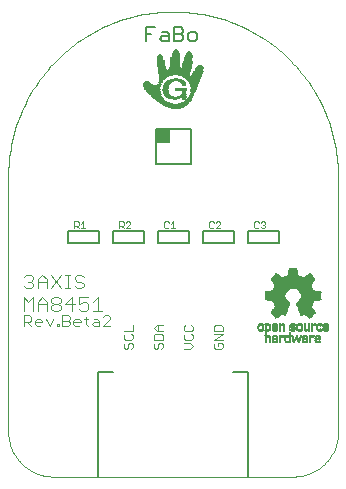
<source format=gto>
G75*
%MOIN*%
%OFA0B0*%
%FSLAX25Y25*%
%IPPOS*%
%LPD*%
%AMOC8*
5,1,8,0,0,1.08239X$1,22.5*
%
%ADD10C,0.00400*%
%ADD11C,0.00300*%
%ADD12C,0.00000*%
%ADD13C,0.00500*%
%ADD14R,0.05020X0.05020*%
%ADD15C,0.00200*%
%ADD16R,0.01012X0.00046*%
%ADD17R,0.01840X0.00046*%
%ADD18R,0.02438X0.00046*%
%ADD19R,0.02852X0.00046*%
%ADD20R,0.03266X0.00046*%
%ADD21R,0.03634X0.00046*%
%ADD22R,0.03910X0.00046*%
%ADD23R,0.04232X0.00046*%
%ADD24R,0.04462X0.00046*%
%ADD25R,0.04738X0.00046*%
%ADD26R,0.04968X0.00046*%
%ADD27R,0.05198X0.00046*%
%ADD28R,0.05428X0.00046*%
%ADD29R,0.05612X0.00046*%
%ADD30R,0.05750X0.00046*%
%ADD31R,0.05980X0.00046*%
%ADD32R,0.06164X0.00046*%
%ADD33R,0.06394X0.00046*%
%ADD34R,0.06532X0.00046*%
%ADD35R,0.06716X0.00046*%
%ADD36R,0.06854X0.00046*%
%ADD37R,0.07038X0.00046*%
%ADD38R,0.07176X0.00046*%
%ADD39R,0.07360X0.00046*%
%ADD40R,0.07498X0.00046*%
%ADD41R,0.07636X0.00046*%
%ADD42R,0.07774X0.00046*%
%ADD43R,0.07958X0.00046*%
%ADD44R,0.08096X0.00046*%
%ADD45R,0.08234X0.00046*%
%ADD46R,0.08326X0.00046*%
%ADD47R,0.08464X0.00046*%
%ADD48R,0.08602X0.00046*%
%ADD49R,0.04048X0.00046*%
%ADD50R,0.03496X0.00046*%
%ADD51R,0.03772X0.00046*%
%ADD52R,0.03174X0.00046*%
%ADD53R,0.03588X0.00046*%
%ADD54R,0.03036X0.00046*%
%ADD55R,0.03542X0.00046*%
%ADD56R,0.03404X0.00046*%
%ADD57R,0.02760X0.00046*%
%ADD58R,0.03312X0.00046*%
%ADD59R,0.02668X0.00046*%
%ADD60R,0.03220X0.00046*%
%ADD61R,0.02576X0.00046*%
%ADD62R,0.03220X0.00046*%
%ADD63R,0.02484X0.00046*%
%ADD64R,0.03128X0.00046*%
%ADD65R,0.02346X0.00046*%
%ADD66R,0.02300X0.00046*%
%ADD67R,0.02254X0.00046*%
%ADD68R,0.02990X0.00046*%
%ADD69R,0.02162X0.00046*%
%ADD70R,0.02944X0.00046*%
%ADD71R,0.02116X0.00046*%
%ADD72R,0.02070X0.00046*%
%ADD73R,0.02024X0.00046*%
%ADD74R,0.02898X0.00046*%
%ADD75R,0.01978X0.00046*%
%ADD76R,0.01932X0.00046*%
%ADD77R,0.02898X0.00046*%
%ADD78R,0.01886X0.00046*%
%ADD79R,0.01840X0.00046*%
%ADD80R,0.01794X0.00046*%
%ADD81R,0.01748X0.00046*%
%ADD82R,0.01702X0.00046*%
%ADD83R,0.01656X0.00046*%
%ADD84R,0.01564X0.00046*%
%ADD85R,0.01610X0.00046*%
%ADD86R,0.02990X0.00046*%
%ADD87R,0.00506X0.00046*%
%ADD88R,0.01288X0.00046*%
%ADD89R,0.01518X0.00046*%
%ADD90R,0.01564X0.00046*%
%ADD91R,0.01334X0.00046*%
%ADD92R,0.01380X0.00046*%
%ADD93R,0.03082X0.00046*%
%ADD94R,0.01426X0.00046*%
%ADD95R,0.03818X0.00046*%
%ADD96R,0.04002X0.00046*%
%ADD97R,0.01472X0.00046*%
%ADD98R,0.04278X0.00046*%
%ADD99R,0.04462X0.00046*%
%ADD100R,0.04600X0.00046*%
%ADD101R,0.04784X0.00046*%
%ADD102R,0.01426X0.00046*%
%ADD103R,0.06440X0.00046*%
%ADD104R,0.06486X0.00046*%
%ADD105R,0.06578X0.00046*%
%ADD106R,0.02208X0.00046*%
%ADD107R,0.02714X0.00046*%
%ADD108R,0.03358X0.00046*%
%ADD109R,0.02070X0.00046*%
%ADD110R,0.03404X0.00046*%
%ADD111R,0.03450X0.00046*%
%ADD112R,0.01978X0.00046*%
%ADD113R,0.03634X0.00046*%
%ADD114R,0.03680X0.00046*%
%ADD115R,0.03726X0.00046*%
%ADD116R,0.03864X0.00046*%
%ADD117R,0.03956X0.00046*%
%ADD118R,0.04094X0.00046*%
%ADD119R,0.04140X0.00046*%
%ADD120R,0.04140X0.00046*%
%ADD121R,0.04186X0.00046*%
%ADD122R,0.01748X0.00046*%
%ADD123R,0.04324X0.00046*%
%ADD124R,0.04370X0.00046*%
%ADD125R,0.04416X0.00046*%
%ADD126R,0.04508X0.00046*%
%ADD127R,0.01656X0.00046*%
%ADD128R,0.04554X0.00046*%
%ADD129R,0.04646X0.00046*%
%ADD130R,0.04692X0.00046*%
%ADD131R,0.04784X0.00046*%
%ADD132R,0.04830X0.00046*%
%ADD133R,0.04876X0.00046*%
%ADD134R,0.04922X0.00046*%
%ADD135R,0.05014X0.00046*%
%ADD136R,0.05060X0.00046*%
%ADD137R,0.05106X0.00046*%
%ADD138R,0.05152X0.00046*%
%ADD139R,0.05244X0.00046*%
%ADD140R,0.05290X0.00046*%
%ADD141R,0.05382X0.00046*%
%ADD142R,0.02162X0.00046*%
%ADD143R,0.05474X0.00046*%
%ADD144R,0.05520X0.00046*%
%ADD145R,0.05566X0.00046*%
%ADD146R,0.05612X0.00046*%
%ADD147R,0.02392X0.00046*%
%ADD148R,0.05658X0.00046*%
%ADD149R,0.05704X0.00046*%
%ADD150R,0.02484X0.00046*%
%ADD151R,0.02530X0.00046*%
%ADD152R,0.05796X0.00046*%
%ADD153R,0.01242X0.00046*%
%ADD154R,0.01150X0.00046*%
%ADD155R,0.01104X0.00046*%
%ADD156R,0.02806X0.00046*%
%ADD157R,0.01058X0.00046*%
%ADD158R,0.01012X0.00046*%
%ADD159R,0.00966X0.00046*%
%ADD160R,0.02622X0.00046*%
%ADD161R,0.02576X0.00046*%
%ADD162R,0.02392X0.00046*%
%ADD163R,0.01334X0.00046*%
%ADD164R,0.00874X0.00046*%
%ADD165R,0.03726X0.00046*%
%ADD166R,0.00552X0.00046*%
%ADD167R,0.01196X0.00046*%
%ADD168R,0.01242X0.00046*%
%ADD169R,0.05336X0.00046*%
%ADD170R,0.02668X0.00046*%
%ADD171R,0.04876X0.00046*%
%ADD172R,0.05290X0.00046*%
%ADD173R,0.05520X0.00046*%
%ADD174R,0.05704X0.00046*%
%ADD175R,0.05888X0.00046*%
%ADD176R,0.05934X0.00046*%
%ADD177R,0.02806X0.00046*%
%ADD178R,0.06026X0.00046*%
%ADD179R,0.06164X0.00046*%
%ADD180R,0.06256X0.00046*%
%ADD181R,0.06348X0.00046*%
%ADD182R,0.03128X0.00046*%
%ADD183R,0.03956X0.00046*%
%ADD184R,0.10258X0.00046*%
%ADD185R,0.10304X0.00046*%
%ADD186R,0.10350X0.00046*%
%ADD187R,0.10396X0.00046*%
%ADD188R,0.10442X0.00046*%
%ADD189R,0.10488X0.00046*%
%ADD190R,0.10534X0.00046*%
%ADD191R,0.10580X0.00046*%
%ADD192R,0.07406X0.00046*%
%ADD193R,0.00736X0.00046*%
%ADD194R,0.03312X0.00046*%
%ADD195R,0.00920X0.00046*%
%ADD196R,0.00828X0.00046*%
%ADD197R,0.00690X0.00046*%
%ADD198R,0.00230X0.00046*%
%ADD199R,0.00782X0.00046*%
%ADD200R,0.00644X0.00046*%
%ADD201R,0.00276X0.00046*%
%ADD202R,0.00414X0.00046*%
%ADD203R,0.00650X0.00050*%
%ADD204R,0.00950X0.00050*%
%ADD205R,0.00800X0.00050*%
%ADD206R,0.00550X0.00050*%
%ADD207R,0.00600X0.00050*%
%ADD208R,0.01750X0.00050*%
%ADD209R,0.01000X0.00050*%
%ADD210R,0.01200X0.00050*%
%ADD211R,0.01800X0.00050*%
%ADD212R,0.01350X0.00050*%
%ADD213R,0.01900X0.00050*%
%ADD214R,0.00700X0.00050*%
%ADD215R,0.01850X0.00050*%
%ADD216R,0.01500X0.00050*%
%ADD217R,0.01950X0.00050*%
%ADD218R,0.01650X0.00050*%
%ADD219R,0.00750X0.00050*%
%ADD220R,0.02000X0.00050*%
%ADD221R,0.02050X0.00050*%
%ADD222R,0.00850X0.00050*%
%ADD223R,0.02100X0.00050*%
%ADD224R,0.00900X0.00050*%
%ADD225R,0.00450X0.00050*%
%ADD226R,0.00300X0.00050*%
%ADD227R,0.00200X0.00050*%
%ADD228R,0.01050X0.00050*%
%ADD229R,0.00100X0.00050*%
%ADD230R,0.01100X0.00050*%
%ADD231R,0.01150X0.00050*%
%ADD232R,0.02200X0.00050*%
%ADD233R,0.01250X0.00050*%
%ADD234R,0.00150X0.00050*%
%ADD235R,0.00250X0.00050*%
%ADD236R,0.00500X0.00050*%
%ADD237R,0.01550X0.00050*%
%ADD238R,0.01600X0.00050*%
%ADD239R,0.01700X0.00050*%
%ADD240R,0.01400X0.00050*%
%ADD241R,0.01300X0.00050*%
%ADD242R,0.00400X0.00050*%
%ADD243R,0.01450X0.00050*%
%ADD244R,0.02150X0.00050*%
%ADD245R,0.00350X0.00050*%
%ADD246R,0.00050X0.00050*%
%ADD247R,0.02250X0.00050*%
%ADD248R,0.02400X0.00050*%
%ADD249R,0.02500X0.00050*%
%ADD250R,0.02650X0.00050*%
%ADD251R,0.02750X0.00050*%
%ADD252R,0.02900X0.00050*%
%ADD253R,0.03000X0.00050*%
%ADD254R,0.03150X0.00050*%
%ADD255R,0.03250X0.00050*%
%ADD256R,0.04600X0.00050*%
%ADD257R,0.04650X0.00050*%
%ADD258R,0.04750X0.00050*%
%ADD259R,0.04800X0.00050*%
%ADD260R,0.04900X0.00050*%
%ADD261R,0.04950X0.00050*%
%ADD262R,0.05000X0.00050*%
%ADD263R,0.05100X0.00050*%
%ADD264R,0.05150X0.00050*%
%ADD265R,0.05200X0.00050*%
%ADD266R,0.05250X0.00050*%
%ADD267R,0.05050X0.00050*%
%ADD268R,0.04850X0.00050*%
%ADD269R,0.05300X0.00050*%
%ADD270R,0.05350X0.00050*%
%ADD271R,0.05450X0.00050*%
%ADD272R,0.05500X0.00050*%
%ADD273R,0.05550X0.00050*%
%ADD274R,0.05650X0.00050*%
%ADD275R,0.05600X0.00050*%
%ADD276R,0.05400X0.00050*%
%ADD277R,0.05700X0.00050*%
%ADD278R,0.05900X0.00050*%
%ADD279R,0.06150X0.00050*%
%ADD280R,0.06350X0.00050*%
%ADD281R,0.06550X0.00050*%
%ADD282R,0.06850X0.00050*%
%ADD283R,0.07050X0.00050*%
%ADD284R,0.07100X0.00050*%
%ADD285R,0.07000X0.00050*%
%ADD286R,0.06950X0.00050*%
%ADD287R,0.06900X0.00050*%
%ADD288R,0.06800X0.00050*%
%ADD289R,0.06600X0.00050*%
%ADD290R,0.05750X0.00050*%
%ADD291R,0.06050X0.00050*%
%ADD292R,0.13050X0.00050*%
%ADD293R,0.12950X0.00050*%
%ADD294R,0.12850X0.00050*%
%ADD295R,0.12750X0.00050*%
%ADD296R,0.12650X0.00050*%
%ADD297R,0.12550X0.00050*%
%ADD298R,0.12450X0.00050*%
%ADD299R,0.12350X0.00050*%
%ADD300R,0.12250X0.00050*%
%ADD301R,0.12150X0.00050*%
%ADD302R,0.13150X0.00050*%
%ADD303R,0.13250X0.00050*%
%ADD304R,0.13350X0.00050*%
%ADD305R,0.13450X0.00050*%
%ADD306R,0.13550X0.00050*%
%ADD307R,0.13650X0.00050*%
%ADD308R,0.13750X0.00050*%
%ADD309R,0.13850X0.00050*%
%ADD310R,0.13950X0.00050*%
%ADD311R,0.14050X0.00050*%
%ADD312R,0.14150X0.00050*%
%ADD313R,0.14250X0.00050*%
%ADD314R,0.14350X0.00050*%
%ADD315R,0.14450X0.00050*%
%ADD316R,0.14550X0.00050*%
%ADD317R,0.14650X0.00050*%
%ADD318R,0.14750X0.00050*%
%ADD319R,0.14850X0.00050*%
%ADD320R,0.14950X0.00050*%
%ADD321R,0.03450X0.00050*%
%ADD322R,0.06750X0.00050*%
%ADD323R,0.03300X0.00050*%
%ADD324R,0.06450X0.00050*%
%ADD325R,0.03200X0.00050*%
%ADD326R,0.06250X0.00050*%
%ADD327R,0.03050X0.00050*%
%ADD328R,0.05950X0.00050*%
%ADD329R,0.02950X0.00050*%
%ADD330R,0.02850X0.00050*%
%ADD331R,0.02800X0.00050*%
%ADD332R,0.02700X0.00050*%
%ADD333R,0.02600X0.00050*%
%ADD334R,0.02450X0.00050*%
%ADD335R,0.02350X0.00050*%
%ADD336R,0.04550X0.00050*%
%ADD337R,0.04250X0.00050*%
%ADD338R,0.04050X0.00050*%
%ADD339R,0.03750X0.00050*%
%ADD340R,0.03650X0.00050*%
%ADD341R,0.03550X0.00050*%
%ADD342R,0.03350X0.00050*%
D10*
X0012000Y0074206D02*
X0012000Y0078810D01*
X0013535Y0077275D01*
X0015069Y0078810D01*
X0015069Y0074206D01*
X0016604Y0074206D02*
X0016604Y0077275D01*
X0018139Y0078810D01*
X0019673Y0077275D01*
X0019673Y0074206D01*
X0019673Y0076508D02*
X0016604Y0076508D01*
X0016604Y0081706D02*
X0016604Y0084775D01*
X0018139Y0086310D01*
X0019673Y0084775D01*
X0019673Y0081706D01*
X0019673Y0084008D02*
X0016604Y0084008D01*
X0015069Y0084775D02*
X0015069Y0085543D01*
X0014302Y0086310D01*
X0012767Y0086310D01*
X0012000Y0085543D01*
X0013535Y0084008D02*
X0014302Y0084008D01*
X0015069Y0083241D01*
X0015069Y0082473D01*
X0014302Y0081706D01*
X0012767Y0081706D01*
X0012000Y0082473D01*
X0014302Y0084008D02*
X0015069Y0084775D01*
X0021208Y0086310D02*
X0024277Y0081706D01*
X0025812Y0081706D02*
X0027346Y0081706D01*
X0026579Y0081706D02*
X0026579Y0086310D01*
X0025812Y0086310D02*
X0027346Y0086310D01*
X0028881Y0085543D02*
X0028881Y0084775D01*
X0029648Y0084008D01*
X0031183Y0084008D01*
X0031950Y0083241D01*
X0031950Y0082473D01*
X0031183Y0081706D01*
X0029648Y0081706D01*
X0028881Y0082473D01*
X0028881Y0085543D02*
X0029648Y0086310D01*
X0031183Y0086310D01*
X0031950Y0085543D01*
X0030416Y0078810D02*
X0030416Y0076508D01*
X0031950Y0077275D01*
X0032718Y0077275D01*
X0033485Y0076508D01*
X0033485Y0074973D01*
X0032718Y0074206D01*
X0031183Y0074206D01*
X0030416Y0074973D01*
X0028881Y0076508D02*
X0025812Y0076508D01*
X0028114Y0078810D01*
X0028114Y0074206D01*
X0030416Y0078810D02*
X0033485Y0078810D01*
X0035020Y0077275D02*
X0036554Y0078810D01*
X0036554Y0074206D01*
X0035020Y0074206D02*
X0038089Y0074206D01*
X0024277Y0074973D02*
X0023510Y0074206D01*
X0021975Y0074206D01*
X0021208Y0074973D01*
X0021208Y0075741D01*
X0021975Y0076508D01*
X0023510Y0076508D01*
X0024277Y0075741D01*
X0024277Y0074973D01*
X0023510Y0076508D02*
X0024277Y0077275D01*
X0024277Y0078043D01*
X0023510Y0078810D01*
X0021975Y0078810D01*
X0021208Y0078043D01*
X0021208Y0077275D01*
X0021975Y0076508D01*
X0021208Y0081706D02*
X0024277Y0086310D01*
D11*
X0024841Y0072859D02*
X0026693Y0072859D01*
X0027310Y0072242D01*
X0027310Y0071625D01*
X0026693Y0071007D01*
X0024841Y0071007D01*
X0023617Y0069773D02*
X0023617Y0069156D01*
X0022999Y0069156D01*
X0022999Y0069773D01*
X0023617Y0069773D01*
X0024841Y0069156D02*
X0026693Y0069156D01*
X0027310Y0069773D01*
X0027310Y0070390D01*
X0026693Y0071007D01*
X0024841Y0069156D02*
X0024841Y0072859D01*
X0021785Y0071625D02*
X0020551Y0069156D01*
X0019316Y0071625D01*
X0018102Y0071007D02*
X0018102Y0070390D01*
X0015633Y0070390D01*
X0015633Y0069773D02*
X0015633Y0071007D01*
X0016250Y0071625D01*
X0017485Y0071625D01*
X0018102Y0071007D01*
X0017485Y0069156D02*
X0016250Y0069156D01*
X0015633Y0069773D01*
X0014419Y0069156D02*
X0013184Y0070390D01*
X0013802Y0070390D02*
X0014419Y0071007D01*
X0014419Y0072242D01*
X0013802Y0072859D01*
X0011950Y0072859D01*
X0011950Y0069156D01*
X0011950Y0070390D02*
X0013802Y0070390D01*
X0028524Y0070390D02*
X0030993Y0070390D01*
X0030993Y0071007D01*
X0030376Y0071625D01*
X0029141Y0071625D01*
X0028524Y0071007D01*
X0028524Y0069773D01*
X0029141Y0069156D01*
X0030376Y0069156D01*
X0032824Y0069773D02*
X0033442Y0069156D01*
X0032824Y0069773D02*
X0032824Y0072242D01*
X0032207Y0071625D02*
X0033442Y0071625D01*
X0035280Y0071625D02*
X0036514Y0071625D01*
X0037131Y0071007D01*
X0037131Y0069156D01*
X0035280Y0069156D01*
X0034663Y0069773D01*
X0035280Y0070390D01*
X0037131Y0070390D01*
X0038346Y0069156D02*
X0040815Y0071625D01*
X0040815Y0072242D01*
X0040197Y0072859D01*
X0038963Y0072859D01*
X0038346Y0072242D01*
X0038346Y0069156D02*
X0040815Y0069156D01*
X0045348Y0067549D02*
X0048250Y0067549D01*
X0048250Y0069484D01*
X0047766Y0066537D02*
X0048250Y0066054D01*
X0048250Y0065086D01*
X0047766Y0064602D01*
X0045831Y0064602D01*
X0045348Y0065086D01*
X0045348Y0066054D01*
X0045831Y0066537D01*
X0045831Y0063591D02*
X0045348Y0063107D01*
X0045348Y0062140D01*
X0045831Y0061656D01*
X0046315Y0061656D01*
X0046799Y0062140D01*
X0046799Y0063107D01*
X0047283Y0063591D01*
X0047766Y0063591D01*
X0048250Y0063107D01*
X0048250Y0062140D01*
X0047766Y0061656D01*
X0055348Y0062140D02*
X0055831Y0061656D01*
X0056315Y0061656D01*
X0056799Y0062140D01*
X0056799Y0063107D01*
X0057283Y0063591D01*
X0057766Y0063591D01*
X0058250Y0063107D01*
X0058250Y0062140D01*
X0057766Y0061656D01*
X0055831Y0063591D02*
X0055348Y0063107D01*
X0055348Y0062140D01*
X0055348Y0064602D02*
X0055348Y0066054D01*
X0055831Y0066537D01*
X0057766Y0066537D01*
X0058250Y0066054D01*
X0058250Y0064602D01*
X0055348Y0064602D01*
X0056315Y0067549D02*
X0055348Y0068516D01*
X0056315Y0069484D01*
X0058250Y0069484D01*
X0058250Y0067549D02*
X0056315Y0067549D01*
X0056799Y0067549D02*
X0056799Y0069484D01*
X0065348Y0069000D02*
X0065348Y0068033D01*
X0065831Y0067549D01*
X0067766Y0067549D01*
X0068250Y0068033D01*
X0068250Y0069000D01*
X0067766Y0069484D01*
X0065831Y0069484D02*
X0065348Y0069000D01*
X0065831Y0066537D02*
X0065348Y0066054D01*
X0065348Y0065086D01*
X0065831Y0064602D01*
X0067766Y0064602D01*
X0068250Y0065086D01*
X0068250Y0066054D01*
X0067766Y0066537D01*
X0067283Y0063591D02*
X0065348Y0063591D01*
X0065348Y0061656D02*
X0067283Y0061656D01*
X0068250Y0062623D01*
X0067283Y0063591D01*
X0075348Y0063107D02*
X0075348Y0062140D01*
X0075831Y0061656D01*
X0077766Y0061656D01*
X0078250Y0062140D01*
X0078250Y0063107D01*
X0077766Y0063591D01*
X0076799Y0063591D01*
X0076799Y0062623D01*
X0075831Y0063591D02*
X0075348Y0063107D01*
X0075348Y0064602D02*
X0078250Y0066537D01*
X0075348Y0066537D01*
X0075348Y0067549D02*
X0075348Y0069000D01*
X0075831Y0069484D01*
X0077766Y0069484D01*
X0078250Y0069000D01*
X0078250Y0067549D01*
X0075348Y0067549D01*
X0075348Y0064602D02*
X0078250Y0064602D01*
D12*
X0101800Y0019006D02*
X0021800Y0019006D01*
X0021438Y0019010D01*
X0021075Y0019024D01*
X0020713Y0019045D01*
X0020352Y0019076D01*
X0019992Y0019115D01*
X0019633Y0019163D01*
X0019275Y0019220D01*
X0018918Y0019285D01*
X0018563Y0019359D01*
X0018210Y0019442D01*
X0017859Y0019533D01*
X0017511Y0019632D01*
X0017165Y0019740D01*
X0016821Y0019856D01*
X0016481Y0019981D01*
X0016144Y0020113D01*
X0015810Y0020254D01*
X0015479Y0020403D01*
X0015152Y0020560D01*
X0014829Y0020724D01*
X0014510Y0020896D01*
X0014196Y0021076D01*
X0013885Y0021264D01*
X0013580Y0021459D01*
X0013279Y0021661D01*
X0012983Y0021871D01*
X0012693Y0022087D01*
X0012407Y0022311D01*
X0012127Y0022541D01*
X0011853Y0022778D01*
X0011585Y0023022D01*
X0011322Y0023272D01*
X0011066Y0023528D01*
X0010816Y0023791D01*
X0010572Y0024059D01*
X0010335Y0024333D01*
X0010105Y0024613D01*
X0009881Y0024899D01*
X0009665Y0025189D01*
X0009455Y0025485D01*
X0009253Y0025786D01*
X0009058Y0026091D01*
X0008870Y0026402D01*
X0008690Y0026716D01*
X0008518Y0027035D01*
X0008354Y0027358D01*
X0008197Y0027685D01*
X0008048Y0028016D01*
X0007907Y0028350D01*
X0007775Y0028687D01*
X0007650Y0029027D01*
X0007534Y0029371D01*
X0007426Y0029717D01*
X0007327Y0030065D01*
X0007236Y0030416D01*
X0007153Y0030769D01*
X0007079Y0031124D01*
X0007014Y0031481D01*
X0006957Y0031839D01*
X0006909Y0032198D01*
X0006870Y0032558D01*
X0006839Y0032919D01*
X0006818Y0033281D01*
X0006804Y0033644D01*
X0006800Y0034006D01*
X0006800Y0119006D01*
X0006816Y0120345D01*
X0006865Y0121684D01*
X0006947Y0123021D01*
X0007061Y0124355D01*
X0007207Y0125687D01*
X0007386Y0127014D01*
X0007597Y0128337D01*
X0007841Y0129654D01*
X0008116Y0130965D01*
X0008423Y0132268D01*
X0008762Y0133564D01*
X0009132Y0134851D01*
X0009533Y0136129D01*
X0009966Y0137397D01*
X0010429Y0138654D01*
X0010923Y0139899D01*
X0011447Y0141132D01*
X0012000Y0142351D01*
X0012584Y0143557D01*
X0013196Y0144748D01*
X0013837Y0145924D01*
X0014507Y0147084D01*
X0015205Y0148227D01*
X0015930Y0149353D01*
X0016683Y0150461D01*
X0017462Y0151551D01*
X0018268Y0152621D01*
X0019099Y0153671D01*
X0019956Y0154700D01*
X0020838Y0155709D01*
X0021743Y0156695D01*
X0022673Y0157659D01*
X0023626Y0158601D01*
X0024601Y0159519D01*
X0025599Y0160412D01*
X0026618Y0161282D01*
X0027658Y0162126D01*
X0028718Y0162944D01*
X0029798Y0163737D01*
X0030896Y0164503D01*
X0032014Y0165242D01*
X0033148Y0165954D01*
X0034300Y0166637D01*
X0035468Y0167293D01*
X0036652Y0167920D01*
X0037850Y0168518D01*
X0039063Y0169086D01*
X0040289Y0169625D01*
X0041528Y0170134D01*
X0042779Y0170612D01*
X0044042Y0171060D01*
X0045314Y0171477D01*
X0046597Y0171863D01*
X0047889Y0172218D01*
X0049189Y0172541D01*
X0050496Y0172832D01*
X0051810Y0173091D01*
X0053130Y0173318D01*
X0054455Y0173513D01*
X0055785Y0173676D01*
X0057118Y0173806D01*
X0058453Y0173904D01*
X0059791Y0173969D01*
X0061130Y0174002D01*
X0062470Y0174002D01*
X0063809Y0173969D01*
X0065147Y0173904D01*
X0066482Y0173806D01*
X0067815Y0173676D01*
X0069145Y0173513D01*
X0070470Y0173318D01*
X0071790Y0173091D01*
X0073104Y0172832D01*
X0074411Y0172541D01*
X0075711Y0172218D01*
X0077003Y0171863D01*
X0078286Y0171477D01*
X0079558Y0171060D01*
X0080821Y0170612D01*
X0082072Y0170134D01*
X0083311Y0169625D01*
X0084537Y0169086D01*
X0085750Y0168518D01*
X0086948Y0167920D01*
X0088132Y0167293D01*
X0089300Y0166637D01*
X0090452Y0165954D01*
X0091586Y0165242D01*
X0092704Y0164503D01*
X0093802Y0163737D01*
X0094882Y0162944D01*
X0095942Y0162126D01*
X0096982Y0161282D01*
X0098001Y0160412D01*
X0098999Y0159519D01*
X0099974Y0158601D01*
X0100927Y0157659D01*
X0101857Y0156695D01*
X0102762Y0155709D01*
X0103644Y0154700D01*
X0104501Y0153671D01*
X0105332Y0152621D01*
X0106138Y0151551D01*
X0106917Y0150461D01*
X0107670Y0149353D01*
X0108395Y0148227D01*
X0109093Y0147084D01*
X0109763Y0145924D01*
X0110404Y0144748D01*
X0111016Y0143557D01*
X0111600Y0142351D01*
X0112153Y0141132D01*
X0112677Y0139899D01*
X0113171Y0138654D01*
X0113634Y0137397D01*
X0114067Y0136129D01*
X0114468Y0134851D01*
X0114838Y0133564D01*
X0115177Y0132268D01*
X0115484Y0130965D01*
X0115759Y0129654D01*
X0116003Y0128337D01*
X0116214Y0127014D01*
X0116393Y0125687D01*
X0116539Y0124355D01*
X0116653Y0123021D01*
X0116735Y0121684D01*
X0116784Y0120345D01*
X0116800Y0119006D01*
X0116800Y0034006D01*
X0116796Y0033644D01*
X0116782Y0033281D01*
X0116761Y0032919D01*
X0116730Y0032558D01*
X0116691Y0032198D01*
X0116643Y0031839D01*
X0116586Y0031481D01*
X0116521Y0031124D01*
X0116447Y0030769D01*
X0116364Y0030416D01*
X0116273Y0030065D01*
X0116174Y0029717D01*
X0116066Y0029371D01*
X0115950Y0029027D01*
X0115825Y0028687D01*
X0115693Y0028350D01*
X0115552Y0028016D01*
X0115403Y0027685D01*
X0115246Y0027358D01*
X0115082Y0027035D01*
X0114910Y0026716D01*
X0114730Y0026402D01*
X0114542Y0026091D01*
X0114347Y0025786D01*
X0114145Y0025485D01*
X0113935Y0025189D01*
X0113719Y0024899D01*
X0113495Y0024613D01*
X0113265Y0024333D01*
X0113028Y0024059D01*
X0112784Y0023791D01*
X0112534Y0023528D01*
X0112278Y0023272D01*
X0112015Y0023022D01*
X0111747Y0022778D01*
X0111473Y0022541D01*
X0111193Y0022311D01*
X0110907Y0022087D01*
X0110617Y0021871D01*
X0110321Y0021661D01*
X0110020Y0021459D01*
X0109715Y0021264D01*
X0109404Y0021076D01*
X0109090Y0020896D01*
X0108771Y0020724D01*
X0108448Y0020560D01*
X0108121Y0020403D01*
X0107790Y0020254D01*
X0107456Y0020113D01*
X0107119Y0019981D01*
X0106779Y0019856D01*
X0106435Y0019740D01*
X0106089Y0019632D01*
X0105741Y0019533D01*
X0105390Y0019442D01*
X0105037Y0019359D01*
X0104682Y0019285D01*
X0104325Y0019220D01*
X0103967Y0019163D01*
X0103608Y0019115D01*
X0103248Y0019076D01*
X0102887Y0019045D01*
X0102525Y0019024D01*
X0102162Y0019010D01*
X0101800Y0019006D01*
D13*
X0086800Y0019006D02*
X0086800Y0054006D01*
X0081800Y0054006D01*
X0081918Y0097037D02*
X0072076Y0097037D01*
X0071682Y0097037D02*
X0071682Y0100974D01*
X0081918Y0100974D01*
X0081918Y0097037D01*
X0086682Y0097037D02*
X0086682Y0100974D01*
X0096918Y0100974D01*
X0096918Y0097037D01*
X0087076Y0097037D01*
X0066918Y0097037D02*
X0066918Y0100974D01*
X0056682Y0100974D01*
X0056682Y0097037D01*
X0057076Y0097037D02*
X0066918Y0097037D01*
X0051918Y0097037D02*
X0051918Y0100974D01*
X0041682Y0100974D01*
X0041682Y0097037D01*
X0042076Y0097037D02*
X0051918Y0097037D01*
X0036918Y0097037D02*
X0036918Y0100974D01*
X0026682Y0100974D01*
X0026682Y0097037D01*
X0027076Y0097037D02*
X0036918Y0097037D01*
X0055894Y0123100D02*
X0055894Y0134911D01*
X0067706Y0134911D01*
X0067706Y0123100D01*
X0055894Y0123100D01*
X0058197Y0164256D02*
X0057446Y0165007D01*
X0058197Y0165757D01*
X0060449Y0165757D01*
X0060449Y0166508D02*
X0060449Y0164256D01*
X0058197Y0164256D01*
X0058197Y0167258D02*
X0059698Y0167258D01*
X0060449Y0166508D01*
X0062050Y0166508D02*
X0064302Y0166508D01*
X0065053Y0165757D01*
X0065053Y0165007D01*
X0064302Y0164256D01*
X0062050Y0164256D01*
X0062050Y0168760D01*
X0064302Y0168760D01*
X0065053Y0168009D01*
X0065053Y0167258D01*
X0064302Y0166508D01*
X0066654Y0166508D02*
X0066654Y0165007D01*
X0067405Y0164256D01*
X0068906Y0164256D01*
X0069656Y0165007D01*
X0069656Y0166508D01*
X0068906Y0167258D01*
X0067405Y0167258D01*
X0066654Y0166508D01*
X0055845Y0168760D02*
X0052842Y0168760D01*
X0052842Y0164256D01*
X0052842Y0166508D02*
X0054343Y0166508D01*
X0041800Y0054006D02*
X0036800Y0054006D01*
X0036800Y0019006D01*
D14*
X0058247Y0132579D03*
D15*
X0059149Y0104064D02*
X0058782Y0103697D01*
X0058782Y0102229D01*
X0059149Y0101862D01*
X0059883Y0101862D01*
X0060250Y0102229D01*
X0060992Y0101862D02*
X0062460Y0101862D01*
X0061726Y0101862D02*
X0061726Y0104064D01*
X0060992Y0103330D01*
X0060250Y0103697D02*
X0059883Y0104064D01*
X0059149Y0104064D01*
X0047460Y0103697D02*
X0047093Y0104064D01*
X0046359Y0104064D01*
X0045992Y0103697D01*
X0045250Y0103697D02*
X0045250Y0102963D01*
X0044883Y0102596D01*
X0043782Y0102596D01*
X0044516Y0102596D02*
X0045250Y0101862D01*
X0045992Y0101862D02*
X0047460Y0103330D01*
X0047460Y0103697D01*
X0047460Y0101862D02*
X0045992Y0101862D01*
X0045250Y0103697D02*
X0044883Y0104064D01*
X0043782Y0104064D01*
X0043782Y0101862D01*
X0032460Y0101862D02*
X0030992Y0101862D01*
X0031726Y0101862D02*
X0031726Y0104064D01*
X0030992Y0103330D01*
X0030250Y0103697D02*
X0030250Y0102963D01*
X0029883Y0102596D01*
X0028782Y0102596D01*
X0029516Y0102596D02*
X0030250Y0101862D01*
X0028782Y0101862D02*
X0028782Y0104064D01*
X0029883Y0104064D01*
X0030250Y0103697D01*
X0073782Y0103697D02*
X0073782Y0102229D01*
X0074149Y0101862D01*
X0074883Y0101862D01*
X0075250Y0102229D01*
X0075992Y0101862D02*
X0077460Y0103330D01*
X0077460Y0103697D01*
X0077093Y0104064D01*
X0076359Y0104064D01*
X0075992Y0103697D01*
X0075250Y0103697D02*
X0074883Y0104064D01*
X0074149Y0104064D01*
X0073782Y0103697D01*
X0075992Y0101862D02*
X0077460Y0101862D01*
X0088782Y0102229D02*
X0089149Y0101862D01*
X0089883Y0101862D01*
X0090250Y0102229D01*
X0090992Y0102229D02*
X0091359Y0101862D01*
X0092093Y0101862D01*
X0092460Y0102229D01*
X0092460Y0102596D01*
X0092093Y0102963D01*
X0091726Y0102963D01*
X0092093Y0102963D02*
X0092460Y0103330D01*
X0092460Y0103697D01*
X0092093Y0104064D01*
X0091359Y0104064D01*
X0090992Y0103697D01*
X0090250Y0103697D02*
X0089883Y0104064D01*
X0089149Y0104064D01*
X0088782Y0103697D01*
X0088782Y0102229D01*
D16*
X0062679Y0141506D03*
D17*
X0062679Y0141552D03*
X0065209Y0146014D03*
X0066635Y0144082D03*
X0068521Y0147762D03*
X0068521Y0147808D03*
X0064703Y0150476D03*
X0059965Y0150016D03*
X0059919Y0149970D03*
X0059827Y0149832D03*
X0059781Y0149786D03*
X0059735Y0149694D03*
X0058079Y0151442D03*
X0059735Y0146060D03*
X0059781Y0146014D03*
X0053065Y0150246D03*
X0062679Y0160320D03*
X0067049Y0159722D03*
D18*
X0066934Y0158940D03*
X0066934Y0158894D03*
X0062656Y0159584D03*
X0062656Y0159630D03*
X0057596Y0157422D03*
X0057596Y0157376D03*
X0057596Y0157330D03*
X0058378Y0151902D03*
X0061046Y0150706D03*
X0060632Y0145416D03*
X0062656Y0141598D03*
X0064910Y0145600D03*
X0065784Y0143392D03*
X0068682Y0148912D03*
X0068682Y0148958D03*
X0053134Y0149924D03*
D19*
X0058079Y0154846D03*
X0058033Y0155030D03*
X0058033Y0155076D03*
X0057987Y0155168D03*
X0057987Y0155214D03*
X0057987Y0155260D03*
X0057941Y0155398D03*
X0057941Y0155444D03*
X0058539Y0152132D03*
X0062587Y0158710D03*
X0062587Y0158756D03*
X0062587Y0158802D03*
X0062587Y0158848D03*
X0065945Y0152362D03*
X0068705Y0149556D03*
X0070407Y0154386D03*
X0070407Y0154432D03*
X0066773Y0157790D03*
X0066773Y0157836D03*
X0066773Y0157882D03*
X0066773Y0157928D03*
X0060931Y0145370D03*
X0062679Y0141644D03*
X0065347Y0143162D03*
X0057711Y0144174D03*
D20*
X0056446Y0145416D03*
X0056400Y0145462D03*
X0058746Y0152316D03*
X0062426Y0157192D03*
X0062426Y0157238D03*
X0062426Y0157284D03*
X0062426Y0157330D03*
X0062426Y0157376D03*
X0068682Y0150062D03*
X0069878Y0153098D03*
X0069878Y0153144D03*
X0069924Y0153190D03*
X0062196Y0144864D03*
X0062656Y0141690D03*
D21*
X0062656Y0141736D03*
X0064312Y0145370D03*
X0053594Y0149234D03*
D22*
X0059022Y0152546D03*
X0062196Y0154248D03*
X0062196Y0154294D03*
X0062196Y0154340D03*
X0062196Y0154386D03*
X0062656Y0141782D03*
D23*
X0062633Y0141828D03*
X0062679Y0151074D03*
X0068567Y0150936D03*
X0055411Y0146796D03*
D24*
X0062610Y0141874D03*
X0068498Y0151120D03*
D25*
X0068452Y0151304D03*
X0062610Y0141920D03*
X0055066Y0147394D03*
D26*
X0054905Y0147762D03*
X0062587Y0141966D03*
X0068383Y0151488D03*
D27*
X0068314Y0151626D03*
X0062610Y0142012D03*
X0054790Y0148084D03*
X0054790Y0148130D03*
D28*
X0054721Y0148406D03*
X0054721Y0148452D03*
X0054721Y0148498D03*
X0062633Y0150752D03*
X0062587Y0142058D03*
D29*
X0062587Y0142104D03*
D30*
X0062564Y0142150D03*
X0054652Y0149096D03*
X0068176Y0151948D03*
D31*
X0062541Y0142196D03*
D32*
X0062541Y0142242D03*
D33*
X0062518Y0142288D03*
D34*
X0062495Y0142334D03*
D35*
X0062495Y0142380D03*
D36*
X0062472Y0142426D03*
D37*
X0062472Y0142472D03*
D38*
X0062449Y0142518D03*
D39*
X0062449Y0142564D03*
X0063783Y0153604D03*
X0063783Y0153650D03*
X0063829Y0153788D03*
D40*
X0062426Y0142610D03*
D41*
X0062403Y0142656D03*
D42*
X0062380Y0142702D03*
D43*
X0062380Y0142748D03*
D44*
X0062357Y0142794D03*
D45*
X0062334Y0142840D03*
D46*
X0062334Y0142886D03*
D47*
X0062311Y0142932D03*
D48*
X0062288Y0142978D03*
D49*
X0059919Y0143024D03*
X0055549Y0146566D03*
X0062219Y0153972D03*
X0068567Y0150798D03*
D50*
X0068659Y0150292D03*
X0069533Y0152546D03*
X0069579Y0152592D03*
X0065577Y0152592D03*
X0062311Y0155950D03*
X0062311Y0155996D03*
X0062311Y0156042D03*
X0062311Y0156088D03*
X0062311Y0156134D03*
X0062311Y0156180D03*
X0056055Y0145876D03*
X0056101Y0145830D03*
X0053525Y0149280D03*
X0064887Y0143024D03*
D51*
X0064243Y0148314D03*
X0062219Y0154662D03*
X0062219Y0154708D03*
X0062219Y0154754D03*
X0062219Y0154800D03*
X0062219Y0154846D03*
X0055779Y0146244D03*
X0055825Y0146198D03*
X0059735Y0143070D03*
D52*
X0056676Y0145140D03*
X0056630Y0145186D03*
X0056584Y0145232D03*
X0053364Y0149464D03*
X0058470Y0153604D03*
X0062472Y0157652D03*
X0062472Y0157698D03*
X0062472Y0157744D03*
X0062472Y0157790D03*
X0062472Y0157836D03*
X0066106Y0154478D03*
X0066060Y0154294D03*
X0066014Y0154156D03*
X0066014Y0154110D03*
X0065968Y0154018D03*
X0065968Y0153972D03*
X0065922Y0153834D03*
X0065738Y0152500D03*
X0070016Y0153420D03*
X0070062Y0153512D03*
X0065094Y0143070D03*
D53*
X0059551Y0143116D03*
X0058907Y0152454D03*
X0062265Y0155444D03*
X0062265Y0155490D03*
X0062265Y0155536D03*
X0062265Y0155582D03*
X0062265Y0155628D03*
X0068659Y0150384D03*
X0069441Y0152408D03*
D54*
X0070223Y0153926D03*
X0070269Y0154018D03*
X0066543Y0156456D03*
X0066543Y0156502D03*
X0066543Y0156548D03*
X0066589Y0156686D03*
X0066589Y0156732D03*
X0066589Y0156778D03*
X0066589Y0156824D03*
X0066635Y0156916D03*
X0066635Y0156962D03*
X0066635Y0157008D03*
X0066635Y0157054D03*
X0062541Y0158250D03*
X0062541Y0158296D03*
X0062541Y0158342D03*
X0062541Y0158388D03*
X0058309Y0154064D03*
X0058309Y0154018D03*
X0058355Y0153972D03*
X0058355Y0153926D03*
X0058631Y0152224D03*
X0053295Y0149556D03*
X0056929Y0144864D03*
X0058631Y0143530D03*
X0058723Y0143484D03*
X0065209Y0143116D03*
X0068705Y0149786D03*
D55*
X0068682Y0150338D03*
X0069464Y0152454D03*
X0069510Y0152500D03*
X0062288Y0155674D03*
X0062288Y0155720D03*
X0062288Y0155766D03*
X0062288Y0155812D03*
X0062288Y0155858D03*
X0062288Y0155904D03*
X0062196Y0144910D03*
X0059436Y0143162D03*
X0056032Y0145922D03*
D56*
X0056239Y0145646D03*
X0056285Y0145600D03*
X0059321Y0143208D03*
X0053479Y0149326D03*
X0069671Y0152730D03*
D57*
X0070453Y0154570D03*
X0066819Y0158112D03*
X0066819Y0158158D03*
X0066819Y0158204D03*
X0062633Y0159032D03*
X0057803Y0156134D03*
X0057803Y0156088D03*
X0057803Y0156042D03*
X0057803Y0155996D03*
X0057849Y0155950D03*
X0057849Y0155904D03*
X0057849Y0155858D03*
X0057849Y0155812D03*
X0053203Y0149740D03*
X0065439Y0143208D03*
X0068705Y0149418D03*
D58*
X0068705Y0150108D03*
X0069763Y0152914D03*
X0069809Y0152960D03*
X0069809Y0153006D03*
X0069855Y0153052D03*
X0065669Y0152546D03*
X0059183Y0143254D03*
X0056377Y0145508D03*
X0053433Y0149372D03*
D59*
X0053203Y0149786D03*
X0057757Y0156364D03*
X0057757Y0156410D03*
X0057757Y0156456D03*
X0057711Y0156548D03*
X0057711Y0156594D03*
X0057711Y0156640D03*
X0062633Y0159170D03*
X0062633Y0159216D03*
X0062633Y0159262D03*
X0066865Y0158480D03*
X0066865Y0158434D03*
X0066865Y0158388D03*
X0070499Y0154708D03*
X0068705Y0149326D03*
X0068705Y0149280D03*
X0068705Y0149234D03*
X0065531Y0143254D03*
D60*
X0068705Y0149970D03*
X0068705Y0150016D03*
X0065945Y0153880D03*
X0065945Y0153926D03*
X0059091Y0143300D03*
X0056469Y0145370D03*
X0053387Y0149418D03*
D61*
X0058447Y0151994D03*
X0057665Y0156824D03*
X0057665Y0156870D03*
X0057665Y0156916D03*
X0057665Y0156962D03*
X0062633Y0159354D03*
X0068705Y0149188D03*
X0068705Y0149142D03*
X0064841Y0145554D03*
X0065623Y0143300D03*
X0062219Y0144772D03*
X0070545Y0154846D03*
D62*
X0070039Y0153466D03*
X0069993Y0153374D03*
X0069993Y0153328D03*
X0069947Y0153282D03*
X0069947Y0153236D03*
X0062449Y0157422D03*
X0062449Y0157468D03*
X0062449Y0157514D03*
X0062449Y0157560D03*
X0062449Y0157606D03*
X0056515Y0145324D03*
X0056561Y0145278D03*
X0058999Y0143346D03*
D63*
X0065715Y0143346D03*
X0062679Y0159538D03*
D64*
X0062495Y0158020D03*
X0062495Y0157974D03*
X0062495Y0157928D03*
X0062495Y0157882D03*
X0066405Y0155812D03*
X0066313Y0155398D03*
X0066313Y0155352D03*
X0066267Y0155168D03*
X0066267Y0155122D03*
X0066221Y0154984D03*
X0066221Y0154938D03*
X0066221Y0154892D03*
X0066175Y0154800D03*
X0066175Y0154754D03*
X0066175Y0154708D03*
X0066129Y0154662D03*
X0066129Y0154616D03*
X0066129Y0154570D03*
X0066129Y0154524D03*
X0066083Y0154432D03*
X0066083Y0154386D03*
X0066083Y0154340D03*
X0066037Y0154248D03*
X0066037Y0154202D03*
X0070085Y0153604D03*
X0070085Y0153558D03*
X0070131Y0153650D03*
X0070131Y0153696D03*
X0068705Y0149924D03*
X0068705Y0149878D03*
X0064565Y0145416D03*
X0062725Y0151258D03*
X0058447Y0153650D03*
X0058447Y0153696D03*
X0058401Y0153788D03*
X0056745Y0145094D03*
X0058815Y0143438D03*
X0058907Y0143392D03*
D65*
X0060540Y0145462D03*
X0064956Y0145646D03*
X0065876Y0143438D03*
X0068682Y0148774D03*
X0068682Y0148820D03*
X0070614Y0155076D03*
X0066980Y0159078D03*
X0066980Y0159124D03*
X0057550Y0157652D03*
X0057550Y0157606D03*
X0057550Y0157560D03*
D66*
X0057527Y0157698D03*
X0057527Y0157744D03*
X0057527Y0157790D03*
X0062679Y0159768D03*
X0062679Y0159814D03*
X0062679Y0159860D03*
X0067003Y0159170D03*
X0070637Y0155168D03*
X0070637Y0155122D03*
X0068659Y0148728D03*
X0068659Y0148682D03*
X0068659Y0148636D03*
X0065945Y0143484D03*
X0064243Y0150706D03*
X0058309Y0151810D03*
X0053111Y0150016D03*
D67*
X0053088Y0150062D03*
X0058286Y0151764D03*
X0060908Y0150660D03*
X0065002Y0145692D03*
X0066014Y0143530D03*
X0070660Y0155214D03*
X0066980Y0159216D03*
X0057504Y0157928D03*
X0057504Y0157882D03*
X0057504Y0157836D03*
D68*
X0058194Y0154432D03*
X0058240Y0154294D03*
X0058240Y0154248D03*
X0056998Y0144818D03*
X0057044Y0144772D03*
X0057090Y0144726D03*
X0057228Y0144588D03*
X0058562Y0143576D03*
X0066612Y0156870D03*
X0066658Y0157100D03*
X0066658Y0157146D03*
X0066658Y0157192D03*
X0066658Y0157238D03*
X0066704Y0157422D03*
X0070292Y0154110D03*
X0070292Y0154064D03*
X0070246Y0153972D03*
X0068728Y0149740D03*
D69*
X0070660Y0155260D03*
X0067026Y0159354D03*
X0062748Y0151350D03*
X0060770Y0150614D03*
X0060310Y0145554D03*
X0062242Y0144726D03*
X0066060Y0143576D03*
X0066106Y0143622D03*
X0057458Y0158066D03*
X0057458Y0158112D03*
X0053088Y0150108D03*
D70*
X0053295Y0149602D03*
X0057297Y0144542D03*
X0057343Y0144496D03*
X0057389Y0144450D03*
X0057435Y0144404D03*
X0058263Y0143760D03*
X0058355Y0143714D03*
X0058401Y0143668D03*
X0058493Y0143622D03*
X0062219Y0144818D03*
X0058585Y0152178D03*
X0058217Y0154340D03*
X0058217Y0154386D03*
X0058171Y0154478D03*
X0058171Y0154524D03*
X0058125Y0154662D03*
X0062587Y0158572D03*
X0066727Y0157560D03*
X0066727Y0157514D03*
X0066727Y0157468D03*
X0066681Y0157376D03*
X0066681Y0157330D03*
X0066681Y0157284D03*
X0065899Y0152408D03*
X0068705Y0149694D03*
X0068705Y0149648D03*
X0070315Y0154156D03*
X0070315Y0154202D03*
X0070361Y0154294D03*
D71*
X0070683Y0155306D03*
X0067003Y0159400D03*
X0062679Y0159998D03*
X0062679Y0160044D03*
X0057435Y0158204D03*
X0057435Y0158158D03*
X0058217Y0151672D03*
X0060701Y0150568D03*
X0065071Y0145784D03*
X0066175Y0143668D03*
X0068613Y0148314D03*
X0068613Y0148360D03*
D72*
X0065094Y0145830D03*
X0066244Y0143714D03*
X0058194Y0151626D03*
X0062702Y0160090D03*
X0070706Y0155352D03*
D73*
X0067049Y0159538D03*
X0062679Y0160136D03*
X0057435Y0158296D03*
X0057435Y0158250D03*
X0058171Y0151580D03*
X0060517Y0150476D03*
X0060149Y0145646D03*
X0066313Y0143760D03*
X0068567Y0148084D03*
X0068567Y0148130D03*
X0053065Y0150154D03*
D74*
X0058056Y0154892D03*
X0058056Y0154938D03*
X0058056Y0154984D03*
X0058102Y0154800D03*
X0058102Y0154754D03*
X0058102Y0154708D03*
X0058148Y0154616D03*
X0058148Y0154570D03*
X0064680Y0145462D03*
X0058194Y0143806D03*
X0058148Y0143852D03*
X0058056Y0143898D03*
X0057826Y0144082D03*
X0057780Y0144128D03*
X0057642Y0144220D03*
X0070338Y0154248D03*
X0070384Y0154340D03*
D75*
X0070706Y0155398D03*
X0067026Y0159584D03*
X0064588Y0150568D03*
X0065140Y0145876D03*
X0066336Y0143806D03*
X0060080Y0145692D03*
X0060310Y0150338D03*
X0057412Y0158342D03*
X0057412Y0158388D03*
X0057412Y0158434D03*
D76*
X0057389Y0158480D03*
X0062679Y0160228D03*
X0067049Y0159630D03*
X0060241Y0150292D03*
X0060195Y0150246D03*
X0060149Y0150200D03*
X0060103Y0150154D03*
X0060057Y0150108D03*
X0065163Y0145922D03*
X0066451Y0143898D03*
X0066405Y0143852D03*
X0068567Y0147946D03*
X0068567Y0147992D03*
X0068567Y0148038D03*
X0053065Y0150200D03*
D77*
X0053272Y0149648D03*
X0057504Y0144358D03*
X0057550Y0144312D03*
X0057596Y0144266D03*
X0057872Y0144036D03*
X0057964Y0143990D03*
X0058010Y0143944D03*
X0058010Y0155122D03*
X0062564Y0158618D03*
X0062564Y0158664D03*
X0066750Y0157744D03*
X0066750Y0157698D03*
X0066750Y0157652D03*
X0066750Y0157606D03*
X0068728Y0149602D03*
D78*
X0068544Y0147900D03*
X0068544Y0147854D03*
X0066520Y0143944D03*
X0065186Y0145968D03*
X0064680Y0150522D03*
X0060034Y0150062D03*
X0059896Y0149924D03*
X0059850Y0149878D03*
X0058102Y0151488D03*
X0059804Y0145968D03*
X0059850Y0145922D03*
X0059896Y0145876D03*
X0059942Y0145830D03*
X0059988Y0145784D03*
X0057366Y0158526D03*
X0062702Y0160274D03*
X0067072Y0159676D03*
X0070752Y0155444D03*
D79*
X0068475Y0147716D03*
X0068475Y0147670D03*
X0068475Y0147624D03*
X0066589Y0144036D03*
X0066543Y0143990D03*
X0059643Y0149556D03*
X0059689Y0149648D03*
X0057389Y0158572D03*
D80*
X0057366Y0158618D03*
X0057366Y0158664D03*
X0058056Y0151396D03*
X0059298Y0148682D03*
X0059344Y0148866D03*
X0059390Y0149004D03*
X0059390Y0149050D03*
X0059436Y0149096D03*
X0059436Y0149142D03*
X0059436Y0149188D03*
X0059482Y0149234D03*
X0059482Y0149280D03*
X0059528Y0149326D03*
X0059528Y0149372D03*
X0059574Y0149418D03*
X0059574Y0149464D03*
X0059620Y0149510D03*
X0059666Y0149602D03*
X0059758Y0149740D03*
X0059528Y0146382D03*
X0059574Y0146290D03*
X0059620Y0146244D03*
X0059620Y0146198D03*
X0059666Y0146152D03*
X0059712Y0146106D03*
X0065232Y0146106D03*
X0065232Y0146060D03*
X0066704Y0144128D03*
X0068452Y0147532D03*
X0068452Y0147578D03*
X0064772Y0150430D03*
X0070752Y0155490D03*
X0067072Y0159768D03*
D81*
X0064841Y0150384D03*
X0064887Y0150338D03*
X0064933Y0150292D03*
X0065255Y0146152D03*
X0066727Y0144174D03*
X0066773Y0144220D03*
X0066819Y0144266D03*
X0059551Y0146336D03*
X0059505Y0146428D03*
X0059505Y0146474D03*
X0059459Y0146520D03*
X0059459Y0146566D03*
X0059413Y0146612D03*
X0059413Y0146658D03*
X0059367Y0146750D03*
X0059367Y0146796D03*
X0059367Y0148912D03*
X0059367Y0148958D03*
X0058033Y0151350D03*
D82*
X0058010Y0151304D03*
X0057964Y0151258D03*
X0059252Y0148452D03*
X0059206Y0148038D03*
X0059206Y0147992D03*
X0059206Y0147946D03*
X0059206Y0147900D03*
X0059206Y0147854D03*
X0059206Y0147808D03*
X0059206Y0147762D03*
X0059206Y0147716D03*
X0059206Y0147670D03*
X0059206Y0147624D03*
X0059206Y0147578D03*
X0059252Y0147394D03*
X0059252Y0147348D03*
X0059252Y0147302D03*
X0059252Y0147256D03*
X0059252Y0147210D03*
X0059298Y0147072D03*
X0059298Y0147026D03*
X0059298Y0146980D03*
X0059344Y0146842D03*
X0059390Y0146704D03*
X0065278Y0146244D03*
X0065278Y0146198D03*
X0066934Y0144404D03*
X0066888Y0144358D03*
X0066842Y0144312D03*
X0068406Y0147302D03*
X0068406Y0147348D03*
X0068406Y0147394D03*
X0065002Y0150200D03*
X0064956Y0150246D03*
X0067072Y0159814D03*
X0067072Y0159860D03*
X0062702Y0160412D03*
D83*
X0062679Y0160458D03*
X0057343Y0158802D03*
X0065025Y0150154D03*
X0065071Y0150108D03*
X0065301Y0146336D03*
X0065301Y0146290D03*
X0067003Y0144496D03*
X0066957Y0144450D03*
X0068383Y0147210D03*
X0068383Y0147256D03*
X0070775Y0155582D03*
D84*
X0067095Y0159952D03*
X0067095Y0159998D03*
X0062679Y0160504D03*
X0057895Y0151120D03*
X0065255Y0149740D03*
X0065255Y0149694D03*
X0065255Y0149648D03*
X0065301Y0149556D03*
X0065301Y0149510D03*
X0065301Y0149464D03*
X0065301Y0149418D03*
X0065301Y0149372D03*
X0065301Y0149326D03*
X0065347Y0146796D03*
X0065347Y0146750D03*
X0065347Y0146704D03*
X0065347Y0146658D03*
X0065347Y0146612D03*
X0065347Y0146566D03*
X0065347Y0146520D03*
X0067187Y0144726D03*
X0067233Y0144772D03*
X0067049Y0144542D03*
X0068199Y0146704D03*
X0068245Y0146796D03*
X0068245Y0146842D03*
D85*
X0068268Y0146888D03*
X0068314Y0147026D03*
X0068314Y0147072D03*
X0067118Y0144634D03*
X0067072Y0144588D03*
X0065324Y0146382D03*
X0065324Y0146428D03*
X0065324Y0146474D03*
X0065324Y0149280D03*
X0065278Y0149602D03*
X0065232Y0149786D03*
X0065186Y0149878D03*
X0065186Y0149924D03*
X0065140Y0149970D03*
X0065140Y0150016D03*
X0065094Y0150062D03*
X0057918Y0151166D03*
X0053042Y0150338D03*
X0057320Y0158848D03*
X0057320Y0158894D03*
D86*
X0058286Y0154202D03*
X0058286Y0154156D03*
X0058286Y0154110D03*
X0062564Y0158434D03*
X0062564Y0158480D03*
X0062564Y0158526D03*
X0057136Y0144680D03*
X0057182Y0144634D03*
D87*
X0062242Y0144634D03*
X0057228Y0159538D03*
X0067164Y0160550D03*
D88*
X0057297Y0159170D03*
X0057757Y0150798D03*
X0057711Y0150752D03*
X0056929Y0149280D03*
X0065485Y0144680D03*
X0065485Y0144634D03*
D89*
X0065370Y0145186D03*
X0065370Y0146842D03*
X0065370Y0146888D03*
X0065370Y0146934D03*
X0065370Y0146980D03*
X0065370Y0147026D03*
X0065370Y0147072D03*
X0065370Y0147118D03*
X0065370Y0147164D03*
X0065370Y0147210D03*
X0065370Y0147256D03*
X0065370Y0147302D03*
X0065370Y0147348D03*
X0065370Y0147394D03*
X0065370Y0147440D03*
X0065370Y0147486D03*
X0065370Y0147532D03*
X0065370Y0147578D03*
X0065370Y0147624D03*
X0067348Y0144956D03*
X0067302Y0144910D03*
X0067302Y0144864D03*
X0067256Y0144818D03*
X0068084Y0146382D03*
X0068130Y0146474D03*
X0068130Y0146520D03*
X0068176Y0146566D03*
X0068176Y0146612D03*
X0068176Y0146658D03*
X0068222Y0146750D03*
X0062242Y0144680D03*
X0057872Y0151074D03*
X0057320Y0158940D03*
X0062702Y0160550D03*
X0070798Y0155628D03*
D90*
X0065209Y0149832D03*
X0067141Y0144680D03*
X0068291Y0146934D03*
X0068291Y0146980D03*
D91*
X0065462Y0144726D03*
X0057780Y0150844D03*
X0057274Y0159124D03*
X0062702Y0160688D03*
D92*
X0062679Y0160642D03*
X0057297Y0159078D03*
X0057803Y0150890D03*
X0065439Y0144864D03*
X0065439Y0144818D03*
X0065439Y0144772D03*
X0070821Y0155674D03*
D93*
X0070200Y0153880D03*
X0070200Y0153834D03*
X0070154Y0153742D03*
X0066198Y0154846D03*
X0066244Y0155030D03*
X0066244Y0155076D03*
X0066290Y0155214D03*
X0066290Y0155260D03*
X0066290Y0155306D03*
X0066336Y0155444D03*
X0066336Y0155490D03*
X0066336Y0155536D03*
X0066382Y0155628D03*
X0066382Y0155674D03*
X0066382Y0155720D03*
X0066382Y0155766D03*
X0066428Y0155858D03*
X0066428Y0155904D03*
X0066428Y0155950D03*
X0066428Y0155996D03*
X0066474Y0156042D03*
X0066474Y0156088D03*
X0066474Y0156134D03*
X0066474Y0156180D03*
X0066474Y0156226D03*
X0066520Y0156272D03*
X0066520Y0156318D03*
X0066520Y0156364D03*
X0066520Y0156410D03*
X0066566Y0156594D03*
X0066566Y0156640D03*
X0065830Y0152454D03*
X0068728Y0149832D03*
X0062518Y0158066D03*
X0062518Y0158112D03*
X0062518Y0158158D03*
X0062518Y0158204D03*
X0058378Y0153880D03*
X0058378Y0153834D03*
X0058424Y0153742D03*
X0053318Y0149510D03*
X0056768Y0145048D03*
X0056814Y0145002D03*
X0056860Y0144956D03*
X0056906Y0144910D03*
D94*
X0057826Y0150936D03*
X0057826Y0150982D03*
X0065416Y0145002D03*
X0065416Y0144956D03*
X0065416Y0144910D03*
X0067578Y0145324D03*
X0067624Y0145416D03*
X0067670Y0145508D03*
X0067716Y0145554D03*
X0067716Y0145600D03*
X0067762Y0145646D03*
X0067762Y0145692D03*
X0067808Y0145738D03*
X0067808Y0145784D03*
X0067992Y0146152D03*
D95*
X0068636Y0150568D03*
X0068636Y0150614D03*
X0064220Y0148268D03*
X0064220Y0148222D03*
X0064220Y0148176D03*
X0064220Y0148130D03*
X0064220Y0148084D03*
X0064220Y0148038D03*
X0064220Y0147992D03*
X0064220Y0147946D03*
X0064220Y0147900D03*
X0064220Y0147854D03*
X0064220Y0147808D03*
X0064220Y0147762D03*
X0064220Y0147716D03*
X0064220Y0147670D03*
X0062196Y0144956D03*
X0055756Y0146290D03*
X0055710Y0146336D03*
X0062196Y0154616D03*
D96*
X0062196Y0154156D03*
X0062196Y0154110D03*
X0062196Y0154064D03*
X0062196Y0154018D03*
X0062702Y0151120D03*
X0062196Y0145002D03*
X0068590Y0150752D03*
X0055618Y0146474D03*
X0055572Y0146520D03*
D97*
X0056837Y0149234D03*
X0057849Y0151028D03*
X0053019Y0150384D03*
X0057297Y0158986D03*
X0057297Y0159032D03*
X0062679Y0160596D03*
X0067095Y0160044D03*
X0062771Y0151396D03*
X0065393Y0145140D03*
X0065393Y0145094D03*
X0065393Y0145048D03*
X0067371Y0145002D03*
X0067417Y0145048D03*
X0067417Y0145094D03*
X0067463Y0145140D03*
X0067509Y0145232D03*
X0067555Y0145278D03*
X0067601Y0145370D03*
X0067647Y0145462D03*
X0067923Y0146014D03*
X0067969Y0146106D03*
X0068015Y0146198D03*
X0068015Y0146244D03*
X0068061Y0146290D03*
X0068061Y0146336D03*
X0068107Y0146428D03*
D98*
X0068544Y0150982D03*
X0062196Y0145048D03*
X0055388Y0146842D03*
X0055342Y0146888D03*
D99*
X0055250Y0147072D03*
X0062196Y0145094D03*
D100*
X0062173Y0145140D03*
X0068475Y0151212D03*
X0055135Y0147256D03*
D101*
X0062173Y0145186D03*
D102*
X0067486Y0145186D03*
X0067854Y0145830D03*
X0067854Y0145876D03*
X0067900Y0145922D03*
X0067900Y0145968D03*
X0067946Y0146060D03*
X0067118Y0160090D03*
D103*
X0062909Y0145232D03*
D104*
X0062886Y0145278D03*
X0067946Y0152270D03*
D105*
X0067900Y0152316D03*
X0062840Y0145324D03*
D106*
X0065025Y0145738D03*
X0068659Y0148544D03*
X0068659Y0148590D03*
X0067003Y0159262D03*
X0067003Y0159308D03*
X0062679Y0159906D03*
X0062679Y0159952D03*
X0057481Y0158020D03*
X0057481Y0157974D03*
X0058263Y0151718D03*
X0060425Y0145508D03*
D107*
X0064772Y0145508D03*
X0068728Y0149372D03*
X0070476Y0154616D03*
X0070476Y0154662D03*
X0066842Y0158250D03*
X0066842Y0158296D03*
X0066842Y0158342D03*
X0062610Y0159078D03*
X0062610Y0159124D03*
X0057780Y0156318D03*
X0057780Y0156272D03*
X0057780Y0156226D03*
X0057780Y0156180D03*
X0058470Y0152040D03*
D108*
X0058792Y0152362D03*
X0062380Y0156686D03*
X0062380Y0156732D03*
X0062380Y0156778D03*
X0062380Y0156824D03*
X0062380Y0156870D03*
X0062380Y0156916D03*
X0068682Y0150154D03*
X0069694Y0152776D03*
X0069740Y0152822D03*
X0069740Y0152868D03*
X0056308Y0145554D03*
D109*
X0060218Y0145600D03*
X0060586Y0150522D03*
X0064496Y0150614D03*
X0068590Y0148268D03*
X0068590Y0148222D03*
X0068590Y0148176D03*
X0067026Y0159446D03*
X0067026Y0159492D03*
D110*
X0062357Y0156640D03*
X0062357Y0156594D03*
X0062357Y0156548D03*
X0062357Y0156502D03*
X0062357Y0156456D03*
X0069625Y0152684D03*
X0056193Y0145692D03*
D111*
X0056170Y0145738D03*
X0056124Y0145784D03*
X0058838Y0152408D03*
X0062702Y0151212D03*
X0062334Y0156226D03*
X0062334Y0156272D03*
X0062334Y0156318D03*
X0062334Y0156364D03*
X0062334Y0156410D03*
X0068682Y0150246D03*
X0068682Y0150200D03*
X0069602Y0152638D03*
D112*
X0062702Y0160182D03*
X0058148Y0151534D03*
X0060402Y0150384D03*
X0060448Y0150430D03*
X0060034Y0145738D03*
D113*
X0055986Y0145968D03*
X0055940Y0146014D03*
X0062242Y0155168D03*
X0062242Y0155214D03*
X0062242Y0155260D03*
X0062242Y0155306D03*
X0062242Y0155352D03*
X0062242Y0155398D03*
X0068636Y0150430D03*
D114*
X0068659Y0150476D03*
X0069395Y0152362D03*
X0062219Y0155122D03*
X0055871Y0146106D03*
X0055917Y0146060D03*
D115*
X0055848Y0146152D03*
X0058976Y0152500D03*
X0062702Y0151166D03*
X0065462Y0152638D03*
X0062242Y0154892D03*
X0062242Y0154938D03*
X0062242Y0154984D03*
X0062242Y0155030D03*
X0062242Y0155076D03*
D116*
X0062219Y0154570D03*
X0062219Y0154524D03*
X0062219Y0154478D03*
X0062219Y0154432D03*
X0068613Y0150660D03*
X0055687Y0146382D03*
D117*
X0055641Y0146428D03*
X0068613Y0150706D03*
D118*
X0068590Y0150844D03*
X0062196Y0153834D03*
X0062196Y0153880D03*
X0062196Y0153926D03*
X0059114Y0152592D03*
X0055526Y0146612D03*
D119*
X0055503Y0146658D03*
X0068567Y0150890D03*
D120*
X0055457Y0146704D03*
D121*
X0055434Y0146750D03*
D122*
X0053065Y0150292D03*
X0057343Y0158710D03*
X0057343Y0158756D03*
X0062679Y0160366D03*
X0059321Y0148820D03*
X0059321Y0148774D03*
X0059321Y0148728D03*
X0059275Y0148636D03*
X0059275Y0148590D03*
X0059275Y0148544D03*
X0059275Y0148498D03*
X0059229Y0148406D03*
X0059229Y0148360D03*
X0059229Y0148314D03*
X0059229Y0148268D03*
X0059229Y0148222D03*
X0059229Y0148176D03*
X0059229Y0148130D03*
X0059229Y0148084D03*
X0059229Y0147532D03*
X0059229Y0147486D03*
X0059229Y0147440D03*
X0059275Y0147164D03*
X0059275Y0147118D03*
X0059321Y0146934D03*
X0059321Y0146888D03*
X0068429Y0147440D03*
X0068429Y0147486D03*
X0070775Y0155536D03*
D123*
X0068521Y0151028D03*
X0059229Y0152638D03*
X0055319Y0146934D03*
D124*
X0055296Y0146980D03*
D125*
X0055273Y0147026D03*
X0062679Y0151028D03*
X0065117Y0152730D03*
X0068521Y0151074D03*
D126*
X0055227Y0147118D03*
X0055181Y0147164D03*
D127*
X0057941Y0151212D03*
X0067095Y0159906D03*
X0068337Y0147164D03*
X0068337Y0147118D03*
D128*
X0068498Y0151166D03*
X0059344Y0152684D03*
X0055158Y0147210D03*
D129*
X0055112Y0147302D03*
X0062656Y0150982D03*
X0068452Y0151258D03*
D130*
X0055089Y0147348D03*
D131*
X0055043Y0147440D03*
X0055043Y0147486D03*
X0054997Y0147532D03*
X0068429Y0151350D03*
D132*
X0062656Y0150936D03*
X0054974Y0147578D03*
D133*
X0054951Y0147624D03*
D134*
X0054928Y0147670D03*
X0054928Y0147716D03*
X0059528Y0152730D03*
X0068406Y0151442D03*
D135*
X0062656Y0150890D03*
X0054882Y0147854D03*
X0054882Y0147808D03*
D136*
X0054859Y0147900D03*
X0068383Y0151534D03*
D137*
X0068360Y0151580D03*
X0054836Y0147946D03*
D138*
X0054813Y0147992D03*
X0054813Y0148038D03*
X0062633Y0150844D03*
D139*
X0054767Y0148222D03*
X0054767Y0148176D03*
D140*
X0054744Y0148268D03*
X0054744Y0148314D03*
D141*
X0054744Y0148360D03*
D142*
X0064404Y0150660D03*
X0068636Y0148498D03*
X0068636Y0148452D03*
X0068636Y0148406D03*
D143*
X0068268Y0151764D03*
X0054698Y0148590D03*
X0054698Y0148544D03*
D144*
X0054675Y0148636D03*
X0054675Y0148682D03*
D145*
X0054698Y0148728D03*
X0068222Y0151856D03*
D146*
X0054675Y0148866D03*
X0054675Y0148820D03*
X0054675Y0148774D03*
D147*
X0058355Y0151856D03*
X0057573Y0157468D03*
X0057573Y0157514D03*
X0068659Y0148866D03*
X0070591Y0155030D03*
D148*
X0054652Y0148912D03*
D149*
X0054675Y0148958D03*
X0054675Y0149004D03*
X0054675Y0149050D03*
D150*
X0057619Y0157146D03*
X0057619Y0157192D03*
X0057619Y0157238D03*
X0057619Y0157284D03*
X0068705Y0149050D03*
X0068705Y0149004D03*
X0070591Y0154984D03*
D151*
X0070568Y0154938D03*
X0070568Y0154892D03*
X0066934Y0158802D03*
X0066934Y0158848D03*
X0062656Y0159400D03*
X0062656Y0159446D03*
X0062656Y0159492D03*
X0057642Y0157100D03*
X0057642Y0157054D03*
X0057642Y0157008D03*
X0058424Y0151948D03*
X0068682Y0149096D03*
D152*
X0054675Y0149142D03*
X0054675Y0149188D03*
D153*
X0056998Y0149326D03*
X0062702Y0160734D03*
D154*
X0062702Y0160780D03*
X0067118Y0160274D03*
X0057274Y0159262D03*
X0057642Y0150568D03*
X0057642Y0150522D03*
X0057596Y0150476D03*
X0057044Y0149372D03*
D155*
X0057067Y0149418D03*
X0057113Y0149464D03*
X0057573Y0150430D03*
X0053019Y0150476D03*
X0057251Y0159308D03*
D156*
X0057872Y0155766D03*
X0057872Y0155720D03*
X0057872Y0155674D03*
X0057918Y0155628D03*
X0057918Y0155582D03*
X0057918Y0155536D03*
X0057918Y0155490D03*
X0057964Y0155352D03*
X0057964Y0155306D03*
X0053226Y0149694D03*
X0062610Y0158894D03*
X0062610Y0158940D03*
X0062610Y0158986D03*
X0066796Y0158066D03*
X0066796Y0158020D03*
X0066796Y0157974D03*
X0068728Y0149510D03*
X0068728Y0149464D03*
D157*
X0067118Y0160320D03*
X0062702Y0160826D03*
X0057550Y0150384D03*
X0057550Y0150338D03*
X0057504Y0150246D03*
X0057136Y0149510D03*
D158*
X0057159Y0149556D03*
X0057205Y0149602D03*
X0057205Y0149648D03*
X0057251Y0149694D03*
X0057435Y0150108D03*
X0057481Y0150200D03*
X0057527Y0150292D03*
X0057251Y0159354D03*
X0067141Y0160366D03*
X0070867Y0155766D03*
D159*
X0062702Y0160872D03*
X0057458Y0150154D03*
X0057412Y0150062D03*
X0057412Y0150016D03*
X0057366Y0149970D03*
X0057366Y0149924D03*
X0057320Y0149878D03*
X0057320Y0149832D03*
X0057274Y0149786D03*
X0057274Y0149740D03*
D160*
X0053180Y0149832D03*
X0057734Y0156502D03*
X0057688Y0156686D03*
X0057688Y0156732D03*
X0057688Y0156778D03*
X0062656Y0159308D03*
X0066888Y0158618D03*
X0066888Y0158572D03*
X0066888Y0158526D03*
X0070522Y0154800D03*
X0070522Y0154754D03*
D161*
X0066911Y0158664D03*
X0066911Y0158710D03*
X0066911Y0158756D03*
X0053157Y0149878D03*
D162*
X0053111Y0149970D03*
X0062679Y0159676D03*
X0062679Y0159722D03*
X0066957Y0159032D03*
X0066957Y0158986D03*
D163*
X0067118Y0160136D03*
X0067118Y0160182D03*
X0053042Y0150430D03*
D164*
X0053042Y0150522D03*
X0062702Y0160918D03*
X0067164Y0160412D03*
D165*
X0068636Y0150522D03*
D166*
X0053019Y0150568D03*
D167*
X0057665Y0150614D03*
D168*
X0057688Y0150660D03*
X0057688Y0150706D03*
X0057274Y0159216D03*
X0067118Y0160228D03*
X0070844Y0155720D03*
D169*
X0068291Y0151718D03*
X0062633Y0150798D03*
D170*
X0062725Y0151304D03*
D171*
X0068429Y0151396D03*
D172*
X0068314Y0151672D03*
D173*
X0068245Y0151810D03*
D174*
X0068199Y0151902D03*
D175*
X0068153Y0151994D03*
D176*
X0068130Y0152040D03*
D177*
X0070430Y0154478D03*
X0070430Y0154524D03*
X0058516Y0152086D03*
D178*
X0068084Y0152086D03*
D179*
X0068061Y0152132D03*
D180*
X0068015Y0152178D03*
D181*
X0067969Y0152224D03*
D182*
X0065991Y0154064D03*
X0066359Y0155582D03*
X0070177Y0153788D03*
X0058677Y0152270D03*
D183*
X0062219Y0154202D03*
X0065347Y0152684D03*
D184*
X0062196Y0152776D03*
X0062196Y0152822D03*
D185*
X0062173Y0152868D03*
X0062173Y0152914D03*
X0062173Y0152960D03*
X0062173Y0153006D03*
D186*
X0062196Y0153052D03*
D187*
X0062173Y0153098D03*
X0062173Y0153144D03*
X0062173Y0153190D03*
X0062173Y0153236D03*
D188*
X0062196Y0153282D03*
D189*
X0062173Y0153328D03*
X0062173Y0153374D03*
X0062173Y0153420D03*
X0062173Y0153466D03*
D190*
X0062196Y0153512D03*
D191*
X0062173Y0153558D03*
D192*
X0063806Y0153696D03*
X0063806Y0153742D03*
D193*
X0062725Y0160964D03*
X0070913Y0155812D03*
D194*
X0062403Y0156962D03*
X0062403Y0157008D03*
X0062403Y0157054D03*
X0062403Y0157100D03*
X0062403Y0157146D03*
D195*
X0057251Y0159400D03*
D196*
X0057251Y0159446D03*
D197*
X0057228Y0159492D03*
D198*
X0057228Y0159584D03*
X0062748Y0161102D03*
D199*
X0067164Y0160458D03*
D200*
X0067141Y0160504D03*
X0062725Y0161010D03*
D201*
X0067187Y0160596D03*
D202*
X0062748Y0161056D03*
D203*
X0096175Y0071831D03*
X0096425Y0069031D03*
X0096425Y0068981D03*
X0096425Y0068931D03*
X0096475Y0068881D03*
X0097425Y0068881D03*
X0097425Y0068931D03*
X0097425Y0068981D03*
X0098875Y0068931D03*
X0098875Y0068881D03*
X0098875Y0068831D03*
X0098875Y0068781D03*
X0098875Y0068731D03*
X0098875Y0068681D03*
X0098875Y0068631D03*
X0098875Y0068581D03*
X0098875Y0068531D03*
X0098875Y0068481D03*
X0098875Y0068431D03*
X0098875Y0068381D03*
X0098875Y0068331D03*
X0098875Y0068281D03*
X0098875Y0068231D03*
X0098875Y0068181D03*
X0098875Y0068131D03*
X0098875Y0068081D03*
X0098875Y0068031D03*
X0098875Y0067981D03*
X0098875Y0067931D03*
X0098875Y0067881D03*
X0098875Y0067831D03*
X0098875Y0067781D03*
X0098875Y0067731D03*
X0098875Y0067681D03*
X0098875Y0067631D03*
X0098875Y0067581D03*
X0098875Y0067531D03*
X0098875Y0067481D03*
X0098875Y0067431D03*
X0098875Y0067381D03*
X0098875Y0067331D03*
X0098875Y0067281D03*
X0098875Y0067231D03*
X0097475Y0065881D03*
X0097475Y0065831D03*
X0097475Y0065781D03*
X0097475Y0064981D03*
X0097475Y0064931D03*
X0097475Y0064881D03*
X0097475Y0064831D03*
X0097475Y0064781D03*
X0097475Y0064731D03*
X0097475Y0064681D03*
X0097475Y0064631D03*
X0097475Y0064581D03*
X0097475Y0064531D03*
X0097475Y0064481D03*
X0097475Y0064431D03*
X0097475Y0064381D03*
X0097475Y0064331D03*
X0097475Y0064281D03*
X0097475Y0064231D03*
X0097475Y0064181D03*
X0097475Y0064131D03*
X0097475Y0064081D03*
X0097475Y0064031D03*
X0097475Y0063981D03*
X0097475Y0063931D03*
X0097475Y0063881D03*
X0097475Y0063831D03*
X0097475Y0063781D03*
X0097475Y0063731D03*
X0097475Y0063681D03*
X0097475Y0063631D03*
X0097475Y0063581D03*
X0097475Y0063531D03*
X0097475Y0063481D03*
X0097475Y0063431D03*
X0097475Y0063381D03*
X0096425Y0063381D03*
X0096425Y0064031D03*
X0096425Y0064081D03*
X0096425Y0064131D03*
X0096425Y0064181D03*
X0096425Y0064231D03*
X0096425Y0064281D03*
X0096425Y0064331D03*
X0096425Y0064931D03*
X0096425Y0064981D03*
X0096425Y0065031D03*
X0096425Y0065081D03*
X0096425Y0065131D03*
X0096425Y0065181D03*
X0096425Y0065231D03*
X0096275Y0067831D03*
X0095025Y0067981D03*
X0094975Y0068031D03*
X0094975Y0068081D03*
X0094975Y0068131D03*
X0094975Y0068181D03*
X0094975Y0068831D03*
X0094975Y0068931D03*
X0094975Y0068981D03*
X0095025Y0069081D03*
X0094075Y0068931D03*
X0094075Y0068881D03*
X0094075Y0068831D03*
X0094075Y0068781D03*
X0094075Y0068731D03*
X0094075Y0068681D03*
X0094075Y0068631D03*
X0094075Y0068581D03*
X0094075Y0068481D03*
X0094075Y0068431D03*
X0094075Y0068381D03*
X0094075Y0068331D03*
X0094075Y0068281D03*
X0094075Y0068231D03*
X0094075Y0068181D03*
X0094075Y0068131D03*
X0092625Y0068181D03*
X0092625Y0068231D03*
X0092625Y0068281D03*
X0092625Y0068331D03*
X0092625Y0068381D03*
X0092625Y0068431D03*
X0092625Y0068481D03*
X0092625Y0068531D03*
X0092625Y0068581D03*
X0092625Y0068631D03*
X0092625Y0068681D03*
X0092625Y0068731D03*
X0092625Y0068781D03*
X0092625Y0068831D03*
X0092625Y0068881D03*
X0092625Y0069731D03*
X0092625Y0069781D03*
X0091625Y0069031D03*
X0091675Y0068931D03*
X0091675Y0068881D03*
X0091675Y0068831D03*
X0091675Y0068781D03*
X0091675Y0068731D03*
X0091675Y0068681D03*
X0091675Y0068631D03*
X0091675Y0068581D03*
X0091675Y0068531D03*
X0091675Y0068481D03*
X0091675Y0068431D03*
X0091675Y0068381D03*
X0091675Y0068331D03*
X0091675Y0068281D03*
X0091675Y0068231D03*
X0091675Y0068181D03*
X0091675Y0068131D03*
X0091625Y0068031D03*
X0092625Y0067331D03*
X0092625Y0067281D03*
X0092625Y0067231D03*
X0092625Y0067181D03*
X0092625Y0067131D03*
X0092625Y0067081D03*
X0092625Y0067031D03*
X0092625Y0066981D03*
X0092625Y0066931D03*
X0092625Y0066881D03*
X0092625Y0066831D03*
X0092625Y0066781D03*
X0092625Y0066731D03*
X0092625Y0066681D03*
X0092625Y0066631D03*
X0092625Y0066581D03*
X0092625Y0066531D03*
X0092625Y0066481D03*
X0092625Y0066431D03*
X0092625Y0066381D03*
X0092625Y0066331D03*
X0092625Y0066281D03*
X0092625Y0066231D03*
X0092625Y0066181D03*
X0092625Y0066131D03*
X0092625Y0066081D03*
X0092625Y0066031D03*
X0092625Y0065981D03*
X0092625Y0065931D03*
X0092625Y0065881D03*
X0092625Y0065831D03*
X0092625Y0065031D03*
X0092625Y0064981D03*
X0092625Y0064931D03*
X0092625Y0064881D03*
X0092625Y0064831D03*
X0092625Y0064781D03*
X0092625Y0064731D03*
X0092625Y0064681D03*
X0092625Y0064631D03*
X0092625Y0064581D03*
X0092625Y0064531D03*
X0092625Y0064481D03*
X0092625Y0064431D03*
X0092625Y0064381D03*
X0092625Y0064331D03*
X0092625Y0064281D03*
X0092625Y0064231D03*
X0092625Y0064181D03*
X0092625Y0064131D03*
X0092625Y0064081D03*
X0092625Y0064031D03*
X0092625Y0063981D03*
X0092625Y0063931D03*
X0092625Y0063881D03*
X0092625Y0063831D03*
X0092625Y0063781D03*
X0092625Y0063731D03*
X0092625Y0063681D03*
X0092625Y0063631D03*
X0092625Y0063581D03*
X0092625Y0063531D03*
X0092625Y0063481D03*
X0092625Y0063431D03*
X0092625Y0063381D03*
X0094075Y0063381D03*
X0094075Y0063431D03*
X0094075Y0063481D03*
X0094075Y0063531D03*
X0094075Y0063581D03*
X0094075Y0063631D03*
X0094075Y0063681D03*
X0094075Y0063731D03*
X0094075Y0063781D03*
X0094075Y0063831D03*
X0094075Y0063881D03*
X0094075Y0063931D03*
X0094075Y0063981D03*
X0094075Y0064031D03*
X0094075Y0064081D03*
X0094075Y0064131D03*
X0094075Y0064181D03*
X0094075Y0064231D03*
X0094075Y0064281D03*
X0094075Y0064331D03*
X0094075Y0064381D03*
X0094075Y0064431D03*
X0094075Y0064481D03*
X0094075Y0064531D03*
X0094075Y0064581D03*
X0094075Y0064631D03*
X0094075Y0064681D03*
X0094075Y0064731D03*
X0094075Y0064781D03*
X0094075Y0064831D03*
X0094075Y0064881D03*
X0094075Y0064931D03*
X0094075Y0064981D03*
X0094075Y0065031D03*
X0094075Y0065081D03*
X0094975Y0064281D03*
X0094975Y0063981D03*
X0099175Y0064231D03*
X0099175Y0064281D03*
X0099175Y0064331D03*
X0099175Y0064381D03*
X0099175Y0064431D03*
X0099175Y0064481D03*
X0099175Y0064531D03*
X0099175Y0064581D03*
X0099175Y0064631D03*
X0099175Y0064681D03*
X0099175Y0064731D03*
X0099175Y0064781D03*
X0099175Y0064831D03*
X0099175Y0064881D03*
X0099175Y0064931D03*
X0099175Y0064981D03*
X0099175Y0065031D03*
X0100625Y0065031D03*
X0100625Y0064981D03*
X0100625Y0064931D03*
X0100625Y0064881D03*
X0100625Y0064831D03*
X0100625Y0064781D03*
X0100625Y0064731D03*
X0100625Y0064681D03*
X0100625Y0064631D03*
X0100625Y0064581D03*
X0100625Y0064531D03*
X0100625Y0064481D03*
X0100625Y0064431D03*
X0100625Y0064381D03*
X0100625Y0064331D03*
X0100625Y0064281D03*
X0100625Y0064231D03*
X0100625Y0063431D03*
X0100625Y0063381D03*
X0102175Y0063481D03*
X0102175Y0063531D03*
X0101775Y0064681D03*
X0101725Y0064831D03*
X0101675Y0064981D03*
X0101675Y0065031D03*
X0101625Y0065131D03*
X0101625Y0065181D03*
X0101625Y0065231D03*
X0101575Y0065281D03*
X0101575Y0065331D03*
X0101575Y0065381D03*
X0101525Y0065431D03*
X0101525Y0065481D03*
X0101525Y0065531D03*
X0101475Y0065631D03*
X0101475Y0065681D03*
X0101475Y0065731D03*
X0101425Y0065831D03*
X0101425Y0065881D03*
X0100625Y0065881D03*
X0100625Y0065931D03*
X0100625Y0065981D03*
X0100625Y0066031D03*
X0100625Y0066081D03*
X0100625Y0066131D03*
X0100625Y0066181D03*
X0100625Y0066231D03*
X0100625Y0066281D03*
X0100625Y0066331D03*
X0100625Y0066381D03*
X0100625Y0066431D03*
X0100625Y0066481D03*
X0100625Y0066531D03*
X0100625Y0066581D03*
X0100625Y0066631D03*
X0100625Y0066681D03*
X0100625Y0066731D03*
X0100625Y0066781D03*
X0100625Y0066831D03*
X0100625Y0066881D03*
X0101575Y0067231D03*
X0100875Y0067881D03*
X0100875Y0068981D03*
X0100875Y0069031D03*
X0100875Y0069081D03*
X0100875Y0069131D03*
X0100925Y0069181D03*
X0101575Y0069831D03*
X0103175Y0069031D03*
X0103175Y0068981D03*
X0103125Y0068931D03*
X0103125Y0068881D03*
X0103125Y0068831D03*
X0103125Y0068781D03*
X0103125Y0068731D03*
X0103125Y0068681D03*
X0103125Y0068631D03*
X0103125Y0068581D03*
X0103125Y0068531D03*
X0103125Y0068481D03*
X0103125Y0068431D03*
X0103125Y0068381D03*
X0103125Y0068331D03*
X0103125Y0068281D03*
X0103125Y0068231D03*
X0103125Y0068181D03*
X0103125Y0068131D03*
X0103175Y0068081D03*
X0103175Y0068031D03*
X0102325Y0068031D03*
X0102325Y0068081D03*
X0102325Y0068131D03*
X0102325Y0067981D03*
X0102925Y0065631D03*
X0104225Y0065331D03*
X0104225Y0065281D03*
X0104225Y0065231D03*
X0104175Y0065131D03*
X0104175Y0065081D03*
X0104125Y0064931D03*
X0104075Y0064781D03*
X0104075Y0064731D03*
X0104025Y0064581D03*
X0104275Y0065381D03*
X0104275Y0065431D03*
X0104275Y0065481D03*
X0104325Y0065531D03*
X0104325Y0065581D03*
X0104325Y0065631D03*
X0104375Y0065731D03*
X0104375Y0065781D03*
X0104975Y0064281D03*
X0104975Y0064031D03*
X0104975Y0063981D03*
X0103675Y0063481D03*
X0100625Y0065831D03*
X0104625Y0068081D03*
X0104625Y0068131D03*
X0104625Y0068181D03*
X0104625Y0068231D03*
X0104675Y0068431D03*
X0104675Y0068481D03*
X0104675Y0068531D03*
X0104675Y0068581D03*
X0104675Y0068631D03*
X0104625Y0068831D03*
X0104625Y0068881D03*
X0104625Y0068931D03*
X0104625Y0068981D03*
X0105575Y0068981D03*
X0105575Y0069031D03*
X0105575Y0069081D03*
X0105575Y0069131D03*
X0105575Y0069181D03*
X0105575Y0069231D03*
X0105575Y0069281D03*
X0105575Y0069331D03*
X0105575Y0069381D03*
X0105575Y0069431D03*
X0105575Y0069481D03*
X0105575Y0069531D03*
X0105575Y0069581D03*
X0105575Y0069631D03*
X0105575Y0069681D03*
X0105575Y0069731D03*
X0105575Y0069781D03*
X0105575Y0068931D03*
X0105575Y0068881D03*
X0105575Y0068831D03*
X0105575Y0068781D03*
X0105575Y0068731D03*
X0105575Y0068681D03*
X0105575Y0068631D03*
X0105575Y0068581D03*
X0105575Y0068531D03*
X0105575Y0068481D03*
X0105575Y0068431D03*
X0105575Y0068381D03*
X0105575Y0068331D03*
X0105575Y0068281D03*
X0105575Y0068231D03*
X0105575Y0068181D03*
X0107075Y0068181D03*
X0107075Y0068231D03*
X0107075Y0068281D03*
X0107075Y0068331D03*
X0107075Y0068381D03*
X0107075Y0068431D03*
X0107075Y0068481D03*
X0107075Y0068531D03*
X0107075Y0068581D03*
X0107075Y0068631D03*
X0107075Y0068681D03*
X0107075Y0068731D03*
X0107075Y0068781D03*
X0107075Y0068831D03*
X0107075Y0068881D03*
X0107075Y0068931D03*
X0107075Y0068981D03*
X0107075Y0069031D03*
X0107075Y0069081D03*
X0107075Y0069131D03*
X0107075Y0069181D03*
X0107075Y0069231D03*
X0107075Y0069281D03*
X0107075Y0069331D03*
X0107075Y0069381D03*
X0107075Y0069431D03*
X0107075Y0069481D03*
X0107075Y0069531D03*
X0107075Y0069581D03*
X0107075Y0069631D03*
X0107075Y0069681D03*
X0107075Y0069731D03*
X0107075Y0069781D03*
X0108125Y0069781D03*
X0108125Y0069731D03*
X0108125Y0068981D03*
X0108125Y0068931D03*
X0108125Y0068881D03*
X0108125Y0068831D03*
X0108125Y0068781D03*
X0108125Y0068731D03*
X0108125Y0068681D03*
X0108125Y0068631D03*
X0108125Y0068581D03*
X0108125Y0068531D03*
X0108125Y0068481D03*
X0108125Y0068431D03*
X0108125Y0068381D03*
X0108125Y0068331D03*
X0108125Y0068281D03*
X0108125Y0068231D03*
X0108125Y0068181D03*
X0108125Y0068131D03*
X0108125Y0068081D03*
X0108125Y0068031D03*
X0108125Y0067981D03*
X0108125Y0067931D03*
X0108125Y0067881D03*
X0108125Y0067831D03*
X0108125Y0067781D03*
X0108125Y0067731D03*
X0108125Y0067681D03*
X0108125Y0067631D03*
X0108125Y0067581D03*
X0108125Y0067531D03*
X0108125Y0067481D03*
X0108125Y0067431D03*
X0108125Y0067381D03*
X0108125Y0067331D03*
X0108125Y0067281D03*
X0107075Y0067281D03*
X0107075Y0067331D03*
X0107475Y0065881D03*
X0107475Y0065831D03*
X0107475Y0065781D03*
X0107475Y0064931D03*
X0107475Y0064881D03*
X0107475Y0064831D03*
X0107475Y0064781D03*
X0107475Y0064731D03*
X0107475Y0064681D03*
X0107475Y0064631D03*
X0107475Y0064581D03*
X0107475Y0064531D03*
X0107475Y0064481D03*
X0107475Y0064431D03*
X0107475Y0064381D03*
X0107475Y0064331D03*
X0107475Y0064281D03*
X0107475Y0064231D03*
X0107475Y0064181D03*
X0107475Y0064131D03*
X0107475Y0064081D03*
X0107475Y0064031D03*
X0107475Y0063981D03*
X0107475Y0063931D03*
X0107475Y0063881D03*
X0107475Y0063831D03*
X0107475Y0063781D03*
X0107475Y0063731D03*
X0107475Y0063681D03*
X0107475Y0063631D03*
X0107475Y0063581D03*
X0107475Y0063531D03*
X0107475Y0063481D03*
X0107475Y0063431D03*
X0107475Y0063381D03*
X0106425Y0064031D03*
X0106425Y0064081D03*
X0106425Y0064131D03*
X0106425Y0064181D03*
X0106425Y0064231D03*
X0106425Y0064931D03*
X0106425Y0065131D03*
X0106425Y0065181D03*
X0106425Y0065231D03*
X0109225Y0065131D03*
X0109225Y0065081D03*
X0109275Y0065181D03*
X0109175Y0064331D03*
X0109225Y0064181D03*
X0109225Y0064131D03*
X0109275Y0064081D03*
X0110675Y0064931D03*
X0110675Y0064981D03*
X0110675Y0065031D03*
X0110675Y0065081D03*
X0109775Y0068131D03*
X0109775Y0068181D03*
X0109725Y0068231D03*
X0109725Y0068281D03*
X0109725Y0068331D03*
X0109725Y0068381D03*
X0109725Y0068431D03*
X0109725Y0068481D03*
X0109725Y0068531D03*
X0109725Y0068581D03*
X0109725Y0068631D03*
X0109725Y0068681D03*
X0109725Y0068731D03*
X0109725Y0068781D03*
X0109725Y0068831D03*
X0109775Y0068881D03*
X0109775Y0068931D03*
X0111875Y0068881D03*
X0111875Y0068831D03*
X0111925Y0069031D03*
X0111975Y0069131D03*
X0111875Y0068231D03*
X0111875Y0068181D03*
X0111925Y0068081D03*
X0111925Y0068031D03*
X0113175Y0067831D03*
X0113325Y0069031D03*
X0113325Y0069081D03*
X0107375Y0071831D03*
X0090225Y0069031D03*
X0090225Y0068031D03*
D204*
X0093525Y0067331D03*
X0093525Y0069731D03*
X0095775Y0067281D03*
X0098275Y0069731D03*
X0098825Y0072781D03*
X0102925Y0065181D03*
X0102175Y0063981D03*
X0103675Y0063981D03*
X0105575Y0063381D03*
X0106175Y0067331D03*
X0108975Y0069731D03*
X0110025Y0063381D03*
X0104725Y0072781D03*
X0099375Y0063931D03*
X0095575Y0063381D03*
D205*
X0096350Y0063931D03*
X0096300Y0065331D03*
X0097550Y0065231D03*
X0099300Y0065281D03*
X0100550Y0065231D03*
X0100550Y0063981D03*
X0099750Y0063381D03*
X0102150Y0063731D03*
X0103650Y0063731D03*
X0103650Y0063781D03*
X0103650Y0063681D03*
X0102900Y0065381D03*
X0102900Y0065431D03*
X0103300Y0067881D03*
X0104500Y0067881D03*
X0104500Y0069181D03*
X0107000Y0067931D03*
X0107550Y0065231D03*
X0106350Y0063931D03*
X0109400Y0063931D03*
X0109950Y0065881D03*
X0112050Y0069231D03*
X0113200Y0069231D03*
X0107350Y0071881D03*
X0104700Y0072731D03*
X0101000Y0068881D03*
X0098750Y0069181D03*
X0098850Y0072731D03*
X0096200Y0071881D03*
X0095150Y0069231D03*
X0095100Y0067881D03*
X0093950Y0067881D03*
X0092700Y0067931D03*
X0091550Y0067881D03*
X0090300Y0067881D03*
X0090300Y0069181D03*
X0091550Y0069181D03*
X0093500Y0069781D03*
X0094000Y0065231D03*
X0092700Y0065231D03*
D206*
X0090925Y0067231D03*
X0090175Y0068431D03*
X0090175Y0068481D03*
X0090175Y0068531D03*
X0090175Y0068581D03*
X0090175Y0068631D03*
X0095775Y0067231D03*
X0096175Y0071781D03*
X0098925Y0072631D03*
X0104625Y0072631D03*
X0107375Y0071781D03*
X0110575Y0067231D03*
X0112625Y0069831D03*
X0105225Y0065331D03*
X0103225Y0064831D03*
X0103225Y0064781D03*
X0103275Y0064631D03*
X0103325Y0064481D03*
X0102575Y0064681D03*
X0102575Y0064731D03*
X0102525Y0064581D03*
X0102525Y0064531D03*
X0102475Y0064431D03*
X0102175Y0063381D03*
X0102925Y0065781D03*
D207*
X0102900Y0065731D03*
X0102900Y0065681D03*
X0102600Y0064831D03*
X0102600Y0064781D03*
X0102550Y0064631D03*
X0102500Y0064481D03*
X0101850Y0064481D03*
X0101850Y0064431D03*
X0101800Y0064531D03*
X0101800Y0064581D03*
X0101800Y0064631D03*
X0101750Y0064731D03*
X0101750Y0064781D03*
X0101700Y0064881D03*
X0101700Y0064931D03*
X0101650Y0065081D03*
X0103250Y0064731D03*
X0103250Y0064681D03*
X0103300Y0064581D03*
X0103300Y0064531D03*
X0104000Y0064531D03*
X0104000Y0064481D03*
X0104050Y0064631D03*
X0104050Y0064681D03*
X0104100Y0064831D03*
X0104100Y0064881D03*
X0104150Y0064981D03*
X0104150Y0065031D03*
X0104200Y0065181D03*
X0104950Y0064231D03*
X0104950Y0064181D03*
X0104950Y0064131D03*
X0104950Y0064081D03*
X0103650Y0063431D03*
X0103650Y0063381D03*
X0102150Y0063431D03*
X0100650Y0066931D03*
X0102100Y0069231D03*
X0103900Y0069831D03*
X0104650Y0068781D03*
X0104650Y0068731D03*
X0104650Y0068681D03*
X0104650Y0068381D03*
X0104650Y0068331D03*
X0104650Y0068281D03*
X0103900Y0067231D03*
X0105650Y0065931D03*
X0106450Y0065081D03*
X0106450Y0065031D03*
X0106450Y0064981D03*
X0106450Y0064331D03*
X0106450Y0064281D03*
X0106450Y0063381D03*
X0109200Y0064231D03*
X0109200Y0064281D03*
X0109200Y0064931D03*
X0109200Y0064981D03*
X0109200Y0065031D03*
X0110500Y0063931D03*
X0112700Y0067231D03*
X0111900Y0068131D03*
X0111900Y0068931D03*
X0111900Y0068981D03*
X0111100Y0067881D03*
X0110600Y0069831D03*
X0108100Y0069831D03*
X0107050Y0069831D03*
X0105600Y0069831D03*
X0107050Y0067231D03*
X0108100Y0067231D03*
X0113350Y0068831D03*
X0113350Y0068881D03*
X0113350Y0068931D03*
X0113350Y0068981D03*
X0107350Y0086331D03*
X0096200Y0086331D03*
X0097400Y0069831D03*
X0097400Y0069781D03*
X0097400Y0069731D03*
X0097400Y0068831D03*
X0097400Y0068781D03*
X0097400Y0068731D03*
X0097400Y0068681D03*
X0097400Y0068631D03*
X0097400Y0068581D03*
X0097400Y0068531D03*
X0097400Y0068481D03*
X0097400Y0068431D03*
X0097400Y0068381D03*
X0097400Y0068331D03*
X0097400Y0068281D03*
X0097400Y0068231D03*
X0097400Y0068181D03*
X0097400Y0068131D03*
X0097400Y0068081D03*
X0097400Y0068031D03*
X0097400Y0067981D03*
X0097400Y0067931D03*
X0097400Y0067881D03*
X0097400Y0067831D03*
X0097400Y0067781D03*
X0097400Y0067731D03*
X0097400Y0067681D03*
X0097400Y0067631D03*
X0097400Y0067581D03*
X0097400Y0067531D03*
X0097400Y0067481D03*
X0097400Y0067431D03*
X0097400Y0067381D03*
X0097400Y0067331D03*
X0097400Y0067281D03*
X0097400Y0067231D03*
X0095650Y0065931D03*
X0094950Y0064231D03*
X0094950Y0064181D03*
X0094950Y0064131D03*
X0094950Y0064081D03*
X0094950Y0064031D03*
X0094950Y0068231D03*
X0094950Y0068881D03*
X0095000Y0069031D03*
X0094100Y0068531D03*
X0092600Y0069831D03*
X0090900Y0069831D03*
X0090200Y0068981D03*
X0090200Y0068931D03*
X0090200Y0068881D03*
X0090200Y0068831D03*
X0090200Y0068781D03*
X0090200Y0068731D03*
X0090200Y0068681D03*
X0090200Y0068381D03*
X0090200Y0068331D03*
X0090200Y0068281D03*
X0090200Y0068231D03*
X0090200Y0068181D03*
X0090200Y0068131D03*
X0090200Y0068081D03*
D208*
X0090925Y0067631D03*
X0090925Y0069431D03*
X0093175Y0069681D03*
X0093175Y0067381D03*
X0093175Y0065781D03*
X0095875Y0064781D03*
X0095875Y0063431D03*
X0098025Y0065581D03*
X0100075Y0065781D03*
X0100075Y0063481D03*
X0101525Y0067481D03*
X0101675Y0068481D03*
X0101625Y0068531D03*
X0101575Y0068581D03*
X0101525Y0068631D03*
X0101625Y0069581D03*
X0103875Y0069431D03*
X0103875Y0067631D03*
X0105725Y0065631D03*
X0105875Y0064781D03*
X0105875Y0063431D03*
X0108025Y0065581D03*
X0106525Y0067381D03*
X0108675Y0069531D03*
X0108675Y0069681D03*
X0110575Y0069481D03*
X0110575Y0067581D03*
X0110025Y0063631D03*
X0097975Y0069681D03*
X0095725Y0069431D03*
D209*
X0098800Y0072831D03*
X0101600Y0069781D03*
X0101550Y0067281D03*
X0102900Y0065131D03*
X0102900Y0065081D03*
X0103650Y0064081D03*
X0103650Y0064031D03*
X0102150Y0064031D03*
X0102150Y0064081D03*
X0100450Y0063931D03*
X0099750Y0063431D03*
X0105700Y0065881D03*
X0109950Y0065831D03*
X0104750Y0072831D03*
X0107300Y0086181D03*
X0096250Y0086181D03*
D210*
X0095700Y0069681D03*
X0102150Y0064381D03*
X0102150Y0064331D03*
X0103650Y0064381D03*
X0110000Y0063431D03*
X0109950Y0065781D03*
X0112700Y0067331D03*
X0112650Y0069681D03*
D211*
X0112650Y0069381D03*
X0112700Y0067581D03*
X0109950Y0065481D03*
X0108050Y0065631D03*
X0105800Y0065381D03*
X0105700Y0065581D03*
X0105850Y0064731D03*
X0105850Y0063481D03*
X0103900Y0067681D03*
X0103900Y0069381D03*
X0101650Y0069531D03*
X0100050Y0065731D03*
X0098050Y0065631D03*
X0100050Y0063531D03*
X0095850Y0063481D03*
X0095800Y0065381D03*
X0095700Y0065631D03*
X0095800Y0067581D03*
X0095700Y0069381D03*
X0096300Y0072281D03*
X0098000Y0069631D03*
X0093200Y0069631D03*
X0093200Y0067431D03*
X0093200Y0065731D03*
X0107250Y0072281D03*
X0108700Y0069631D03*
X0108700Y0069581D03*
D212*
X0110025Y0063481D03*
X0112625Y0069631D03*
X0101925Y0068281D03*
X0095775Y0067381D03*
X0095725Y0069631D03*
X0090925Y0069631D03*
X0090925Y0067431D03*
X0096275Y0086031D03*
X0107275Y0086031D03*
D213*
X0107250Y0072331D03*
X0103900Y0069331D03*
X0103900Y0067731D03*
X0105700Y0065531D03*
X0105750Y0065481D03*
X0105800Y0064681D03*
X0105800Y0063581D03*
X0106450Y0067481D03*
X0109950Y0065381D03*
X0110000Y0063831D03*
X0110050Y0063731D03*
X0110600Y0067681D03*
X0110500Y0067831D03*
X0110500Y0069231D03*
X0110600Y0069381D03*
X0112650Y0069281D03*
X0112700Y0067681D03*
X0101650Y0069481D03*
X0101600Y0069381D03*
X0101550Y0069331D03*
X0100000Y0065631D03*
X0100000Y0063631D03*
X0095800Y0063531D03*
X0095800Y0064681D03*
X0095700Y0065531D03*
X0095800Y0067631D03*
X0095750Y0067731D03*
X0095700Y0067781D03*
X0095700Y0069281D03*
X0098050Y0069531D03*
X0096300Y0072331D03*
X0093250Y0069531D03*
X0093250Y0067531D03*
X0093250Y0065631D03*
D214*
X0093500Y0065881D03*
X0094050Y0065131D03*
X0096400Y0065281D03*
X0097500Y0065131D03*
X0097500Y0065081D03*
X0097500Y0065031D03*
X0096400Y0063981D03*
X0095050Y0067931D03*
X0094050Y0067981D03*
X0094050Y0068031D03*
X0094050Y0068081D03*
X0094050Y0068981D03*
X0094050Y0069031D03*
X0094050Y0069081D03*
X0095050Y0069131D03*
X0096400Y0069081D03*
X0096450Y0068831D03*
X0097450Y0069031D03*
X0097450Y0069081D03*
X0098850Y0069031D03*
X0098850Y0068981D03*
X0100900Y0068931D03*
X0102300Y0068181D03*
X0102300Y0067931D03*
X0103200Y0067981D03*
X0103200Y0069081D03*
X0104550Y0069131D03*
X0104600Y0069081D03*
X0104600Y0069031D03*
X0104600Y0068031D03*
X0104600Y0067981D03*
X0104550Y0067931D03*
X0105600Y0068081D03*
X0105600Y0068131D03*
X0105650Y0068031D03*
X0105650Y0067981D03*
X0107050Y0068081D03*
X0107050Y0068131D03*
X0108150Y0069031D03*
X0109800Y0069031D03*
X0109800Y0068981D03*
X0109850Y0069081D03*
X0109800Y0068081D03*
X0109800Y0068031D03*
X0109850Y0067981D03*
X0109300Y0065231D03*
X0109300Y0064031D03*
X0110650Y0065131D03*
X0110650Y0065181D03*
X0110600Y0065231D03*
X0112000Y0067931D03*
X0111950Y0067981D03*
X0111950Y0069081D03*
X0113300Y0069131D03*
X0107500Y0065081D03*
X0107500Y0065031D03*
X0107500Y0064981D03*
X0106400Y0065281D03*
X0106400Y0063981D03*
X0104350Y0065681D03*
X0104400Y0065831D03*
X0104400Y0065881D03*
X0102900Y0065581D03*
X0102900Y0065531D03*
X0101500Y0065581D03*
X0101450Y0065781D03*
X0100600Y0065131D03*
X0100600Y0065081D03*
X0100600Y0064181D03*
X0100600Y0064131D03*
X0100600Y0064081D03*
X0099250Y0064031D03*
X0099200Y0064081D03*
X0099200Y0064131D03*
X0099200Y0064181D03*
X0099200Y0065081D03*
X0099200Y0065131D03*
X0099750Y0065881D03*
X0102150Y0063581D03*
X0103650Y0063581D03*
X0103650Y0063631D03*
X0103650Y0063531D03*
X0104650Y0072681D03*
X0098900Y0072681D03*
X0092650Y0069031D03*
X0092650Y0068981D03*
X0092650Y0068931D03*
X0092650Y0068131D03*
X0092650Y0068081D03*
X0092650Y0068031D03*
X0091650Y0068081D03*
X0091600Y0067981D03*
X0091650Y0068981D03*
X0091600Y0069081D03*
X0090250Y0069081D03*
X0090250Y0067981D03*
X0092650Y0065131D03*
X0092650Y0065081D03*
D215*
X0093225Y0065681D03*
X0093225Y0067481D03*
X0093225Y0069581D03*
X0090925Y0069381D03*
X0090925Y0069331D03*
X0090925Y0067731D03*
X0090925Y0067681D03*
X0095725Y0069331D03*
X0098025Y0069581D03*
X0098075Y0065731D03*
X0098075Y0065681D03*
X0100025Y0065681D03*
X0100025Y0063581D03*
X0101525Y0067531D03*
X0101525Y0069281D03*
X0105775Y0065431D03*
X0105825Y0063531D03*
X0108075Y0065681D03*
X0108075Y0065731D03*
X0109975Y0065431D03*
X0109925Y0063881D03*
X0110025Y0063681D03*
X0110575Y0067631D03*
X0110575Y0069431D03*
X0112625Y0069331D03*
X0112625Y0067781D03*
X0112725Y0067631D03*
X0106475Y0067431D03*
X0095775Y0065431D03*
X0095675Y0065581D03*
X0095825Y0064731D03*
X0096325Y0085831D03*
X0107225Y0085831D03*
D216*
X0103900Y0069581D03*
X0103900Y0067481D03*
X0106000Y0064881D03*
X0110000Y0063531D03*
X0112700Y0067431D03*
X0112650Y0069581D03*
X0108550Y0069231D03*
X0095700Y0069581D03*
X0096000Y0064881D03*
X0090900Y0069581D03*
D217*
X0090925Y0069281D03*
X0090925Y0069231D03*
X0090925Y0067831D03*
X0090925Y0067781D03*
X0093275Y0067581D03*
X0093275Y0069481D03*
X0095775Y0067681D03*
X0095725Y0065481D03*
X0095775Y0064631D03*
X0095775Y0063631D03*
X0095775Y0063581D03*
X0093275Y0065531D03*
X0093275Y0065581D03*
X0098075Y0069431D03*
X0098075Y0069481D03*
X0099975Y0065581D03*
X0099975Y0065531D03*
X0099975Y0063681D03*
X0101625Y0069431D03*
X0103875Y0069281D03*
X0103875Y0067781D03*
X0106425Y0067581D03*
X0106425Y0067531D03*
X0105775Y0064631D03*
X0105775Y0064581D03*
X0105775Y0063631D03*
X0110025Y0063781D03*
X0110575Y0067731D03*
X0110525Y0067781D03*
X0110525Y0069281D03*
X0110575Y0069331D03*
X0112675Y0067731D03*
X0107225Y0085781D03*
X0096325Y0085781D03*
D218*
X0096275Y0072231D03*
X0095725Y0069481D03*
X0097975Y0065481D03*
X0095925Y0064831D03*
X0090925Y0067581D03*
X0090925Y0069481D03*
X0101425Y0068731D03*
X0101775Y0068381D03*
X0105725Y0065681D03*
X0105925Y0064831D03*
X0107975Y0065431D03*
X0107975Y0065481D03*
X0110025Y0063581D03*
X0110575Y0067531D03*
X0110575Y0069531D03*
X0108625Y0069431D03*
X0108625Y0069381D03*
X0107275Y0072231D03*
X0112625Y0069481D03*
D219*
X0112025Y0069181D03*
X0113275Y0069181D03*
X0112025Y0067881D03*
X0110575Y0065281D03*
X0109325Y0065281D03*
X0108375Y0065881D03*
X0107525Y0065181D03*
X0107525Y0065131D03*
X0106175Y0067281D03*
X0105675Y0067931D03*
X0107025Y0067981D03*
X0107025Y0068031D03*
X0108175Y0069081D03*
X0108175Y0069131D03*
X0108975Y0069781D03*
X0109875Y0069131D03*
X0109875Y0067931D03*
X0109325Y0063981D03*
X0105025Y0063931D03*
X0105025Y0064331D03*
X0102925Y0065481D03*
X0102175Y0063681D03*
X0102175Y0063631D03*
X0100575Y0064031D03*
X0100575Y0065181D03*
X0099275Y0065231D03*
X0099225Y0065181D03*
X0098375Y0065881D03*
X0097525Y0065181D03*
X0099275Y0063981D03*
X0102275Y0067881D03*
X0103225Y0067931D03*
X0103225Y0069131D03*
X0103275Y0069181D03*
X0100975Y0069231D03*
X0098825Y0069081D03*
X0098775Y0069131D03*
X0098275Y0069781D03*
X0097475Y0069131D03*
X0096375Y0069131D03*
X0096325Y0069181D03*
X0095075Y0069181D03*
X0094025Y0069131D03*
X0093975Y0069181D03*
X0094025Y0067931D03*
X0093525Y0067281D03*
X0092675Y0067981D03*
X0092675Y0069081D03*
X0092675Y0069131D03*
X0091575Y0069131D03*
X0091575Y0067931D03*
X0090275Y0067931D03*
X0090275Y0069131D03*
X0092675Y0065181D03*
X0094025Y0065181D03*
X0095025Y0064331D03*
X0095025Y0063931D03*
X0096225Y0086281D03*
X0107325Y0086281D03*
D220*
X0107250Y0072381D03*
X0103900Y0069231D03*
X0103900Y0067831D03*
X0101500Y0067581D03*
X0099950Y0065481D03*
X0099950Y0065431D03*
X0099950Y0063831D03*
X0099950Y0063781D03*
X0099950Y0063731D03*
X0095750Y0063681D03*
X0095750Y0064531D03*
X0095750Y0064581D03*
X0093300Y0065481D03*
X0093300Y0067631D03*
X0093300Y0067681D03*
X0093300Y0069381D03*
X0093300Y0069431D03*
X0096300Y0072381D03*
X0098100Y0069381D03*
X0098100Y0069331D03*
X0105750Y0064531D03*
X0105750Y0063731D03*
X0105750Y0063681D03*
X0106400Y0067631D03*
D221*
X0106375Y0067681D03*
X0106375Y0067731D03*
X0106375Y0067781D03*
X0105725Y0064481D03*
X0105725Y0064431D03*
X0105725Y0064381D03*
X0105725Y0063831D03*
X0105725Y0063781D03*
X0099925Y0063881D03*
X0099925Y0065331D03*
X0099925Y0065381D03*
X0098125Y0069231D03*
X0098125Y0069281D03*
X0095725Y0064481D03*
X0095725Y0064431D03*
X0095725Y0063781D03*
X0095725Y0063731D03*
X0093325Y0065331D03*
X0093325Y0065381D03*
X0093325Y0065431D03*
X0093325Y0067731D03*
X0093325Y0067781D03*
X0093325Y0067831D03*
X0093325Y0069231D03*
X0093325Y0069281D03*
X0093325Y0069331D03*
D222*
X0092725Y0069181D03*
X0092725Y0067881D03*
X0092725Y0065281D03*
X0093975Y0065281D03*
X0095175Y0067831D03*
X0096275Y0069231D03*
X0095725Y0069781D03*
X0097525Y0069181D03*
X0100925Y0067831D03*
X0102225Y0067831D03*
X0102925Y0065331D03*
X0102175Y0063831D03*
X0102175Y0063781D03*
X0103675Y0063831D03*
X0103875Y0067281D03*
X0105725Y0067881D03*
X0106325Y0065331D03*
X0109425Y0065331D03*
X0110575Y0067281D03*
X0109925Y0067881D03*
X0109925Y0069181D03*
X0110575Y0069781D03*
X0112625Y0069781D03*
X0108225Y0069181D03*
X0100525Y0065281D03*
X0090925Y0067281D03*
X0090925Y0069781D03*
X0096225Y0086231D03*
X0107325Y0086231D03*
D223*
X0107200Y0085731D03*
X0096350Y0085731D03*
X0101500Y0067631D03*
X0105700Y0063881D03*
X0106350Y0067831D03*
X0112600Y0068281D03*
X0112600Y0068331D03*
X0112600Y0068381D03*
X0112600Y0068431D03*
X0112600Y0068481D03*
X0112600Y0068531D03*
X0112600Y0068581D03*
X0112600Y0068631D03*
X0112600Y0068681D03*
X0112600Y0068731D03*
X0112600Y0068781D03*
X0095700Y0064381D03*
X0095700Y0063881D03*
X0095700Y0063831D03*
D224*
X0097600Y0065281D03*
X0098350Y0065831D03*
X0099750Y0065831D03*
X0102150Y0063931D03*
X0102150Y0063881D03*
X0103650Y0063881D03*
X0103650Y0063931D03*
X0102900Y0065231D03*
X0102900Y0065281D03*
X0102200Y0068231D03*
X0103900Y0069781D03*
X0106950Y0067881D03*
X0108350Y0065831D03*
X0107600Y0065281D03*
X0110500Y0065331D03*
X0112100Y0067831D03*
X0112700Y0067281D03*
X0107350Y0071931D03*
X0096200Y0071931D03*
X0093500Y0065831D03*
D225*
X0096175Y0071731D03*
X0098975Y0072581D03*
X0102175Y0069181D03*
X0099725Y0065931D03*
X0098375Y0065931D03*
X0104575Y0072581D03*
X0107375Y0071731D03*
X0106175Y0067231D03*
X0108375Y0065931D03*
X0110525Y0063981D03*
X0113225Y0067881D03*
D226*
X0113250Y0067931D03*
X0110550Y0064031D03*
X0105200Y0065281D03*
X0107400Y0071681D03*
X0104550Y0072531D03*
X0099000Y0072531D03*
X0096150Y0071681D03*
X0096300Y0067931D03*
X0095200Y0065281D03*
D227*
X0095200Y0065231D03*
X0096300Y0067981D03*
X0102200Y0069081D03*
X0105200Y0065231D03*
X0109150Y0069181D03*
X0113250Y0067981D03*
X0110550Y0064081D03*
D228*
X0108375Y0065781D03*
X0107325Y0071981D03*
X0102925Y0065031D03*
X0103675Y0064131D03*
X0102175Y0064131D03*
X0098375Y0065781D03*
X0095675Y0065881D03*
X0096225Y0071981D03*
X0090925Y0067331D03*
X0112625Y0069731D03*
D229*
X0113250Y0068031D03*
X0110550Y0064131D03*
X0108550Y0065231D03*
X0105200Y0065181D03*
X0109150Y0069131D03*
X0107400Y0071631D03*
X0096150Y0071631D03*
X0096300Y0068031D03*
X0095200Y0065181D03*
D230*
X0095700Y0069731D03*
X0098750Y0072881D03*
X0103900Y0069731D03*
X0103900Y0067331D03*
X0102900Y0064981D03*
X0102900Y0064931D03*
X0103650Y0064231D03*
X0103650Y0064181D03*
X0102150Y0064181D03*
X0102150Y0064231D03*
X0104800Y0072881D03*
X0110600Y0067331D03*
X0107300Y0086131D03*
X0096250Y0086131D03*
X0090900Y0069731D03*
D231*
X0095775Y0067331D03*
X0096225Y0072031D03*
X0102175Y0064281D03*
X0102925Y0064881D03*
X0103675Y0064331D03*
X0103675Y0064281D03*
X0107325Y0072031D03*
X0110575Y0069731D03*
D232*
X0109950Y0064881D03*
X0109950Y0064831D03*
X0109950Y0064781D03*
X0109950Y0064731D03*
X0109950Y0064681D03*
X0109950Y0064631D03*
X0109950Y0064581D03*
X0109950Y0064531D03*
X0109950Y0064481D03*
X0109950Y0064431D03*
X0109950Y0064381D03*
X0101500Y0067731D03*
X0095700Y0068381D03*
X0095700Y0068431D03*
X0095700Y0068481D03*
X0095700Y0068531D03*
X0095700Y0068581D03*
X0095700Y0068631D03*
X0095700Y0068681D03*
X0096350Y0085681D03*
X0107200Y0085681D03*
D233*
X0107275Y0086081D03*
X0096275Y0086081D03*
X0101575Y0069731D03*
X0103875Y0069681D03*
X0103875Y0067381D03*
X0105725Y0065831D03*
X0103675Y0064431D03*
X0110575Y0067381D03*
X0110575Y0069681D03*
X0095675Y0065831D03*
X0090925Y0067381D03*
X0090925Y0069681D03*
D234*
X0098525Y0065231D03*
X0100825Y0068081D03*
X0099025Y0072481D03*
X0104525Y0072481D03*
X0111125Y0069031D03*
X0111125Y0068031D03*
D235*
X0111125Y0067981D03*
X0111125Y0069081D03*
X0108525Y0065281D03*
X0100825Y0068031D03*
X0098525Y0065281D03*
X0096175Y0086481D03*
X0107375Y0086481D03*
D236*
X0107350Y0086381D03*
X0096200Y0086381D03*
X0095700Y0069831D03*
X0096300Y0067881D03*
X0095200Y0065331D03*
X0093500Y0067231D03*
X0093500Y0069831D03*
X0098300Y0069831D03*
X0100850Y0067931D03*
X0102900Y0065881D03*
X0102900Y0065831D03*
X0109950Y0065931D03*
X0111100Y0069181D03*
X0109000Y0069831D03*
D237*
X0108575Y0069281D03*
X0107275Y0072181D03*
X0110575Y0069581D03*
X0110575Y0067481D03*
X0109975Y0065631D03*
X0107925Y0065331D03*
X0105725Y0065731D03*
X0101825Y0068331D03*
X0101375Y0068781D03*
X0097925Y0065331D03*
X0095775Y0067481D03*
X0095725Y0069531D03*
X0096275Y0072181D03*
X0112625Y0069531D03*
D238*
X0112700Y0067481D03*
X0109950Y0065581D03*
X0107950Y0065381D03*
X0108600Y0069331D03*
X0103900Y0069531D03*
X0103900Y0067531D03*
X0101550Y0067431D03*
X0101600Y0069631D03*
X0097950Y0065431D03*
X0097950Y0065381D03*
X0095700Y0065731D03*
X0090900Y0067531D03*
X0090900Y0069531D03*
X0096300Y0085931D03*
X0107250Y0085931D03*
D239*
X0107250Y0085881D03*
X0096300Y0085881D03*
X0103900Y0069481D03*
X0103900Y0067581D03*
X0101700Y0068431D03*
X0101500Y0068681D03*
X0098000Y0065531D03*
X0095700Y0065681D03*
X0095800Y0067531D03*
X0108000Y0065531D03*
X0109950Y0065531D03*
X0108650Y0069481D03*
X0112650Y0069431D03*
X0112700Y0067531D03*
D240*
X0109950Y0065681D03*
X0105700Y0065781D03*
X0103900Y0067431D03*
X0103900Y0069631D03*
X0107300Y0072131D03*
X0096250Y0072131D03*
X0095700Y0065781D03*
D241*
X0096250Y0072081D03*
X0101250Y0068831D03*
X0101550Y0067331D03*
X0107300Y0072081D03*
X0109950Y0065731D03*
X0112700Y0067381D03*
D242*
X0111100Y0067931D03*
X0111100Y0069131D03*
X0093500Y0065931D03*
D243*
X0095775Y0067431D03*
X0090925Y0067481D03*
X0101575Y0067381D03*
X0101625Y0069681D03*
X0110575Y0069631D03*
X0110575Y0067431D03*
X0107275Y0085981D03*
X0096275Y0085981D03*
D244*
X0096325Y0072431D03*
X0095725Y0068781D03*
X0095725Y0068731D03*
X0095725Y0068331D03*
X0095725Y0068281D03*
X0101475Y0067681D03*
X0101525Y0067781D03*
X0107225Y0072431D03*
D245*
X0102175Y0069131D03*
X0100825Y0067981D03*
X0096175Y0086431D03*
X0107375Y0086431D03*
D246*
X0111125Y0068981D03*
X0111125Y0068081D03*
X0102225Y0069031D03*
X0100825Y0068131D03*
D247*
X0096325Y0072481D03*
X0107225Y0072481D03*
D248*
X0107200Y0072531D03*
X0096350Y0072531D03*
D249*
X0096350Y0072581D03*
X0107200Y0072581D03*
D250*
X0107175Y0072631D03*
X0101775Y0088281D03*
X0096375Y0072631D03*
D251*
X0096375Y0072681D03*
X0101775Y0087981D03*
X0101775Y0088031D03*
X0101775Y0088081D03*
X0101775Y0088131D03*
X0101775Y0088181D03*
X0101775Y0088231D03*
X0107175Y0072681D03*
D252*
X0107150Y0072731D03*
X0096400Y0072731D03*
D253*
X0096400Y0072781D03*
X0107150Y0072781D03*
D254*
X0107125Y0072831D03*
X0096425Y0072831D03*
X0101775Y0086931D03*
X0101775Y0086981D03*
X0101775Y0087031D03*
X0101775Y0087081D03*
X0101775Y0087131D03*
D255*
X0101775Y0086881D03*
X0101775Y0086831D03*
X0101775Y0086781D03*
X0101775Y0086731D03*
X0101775Y0086681D03*
X0096425Y0072881D03*
X0107125Y0072881D03*
D256*
X0106500Y0072931D03*
X0097050Y0072931D03*
D257*
X0097025Y0072981D03*
X0106525Y0072981D03*
D258*
X0106525Y0073031D03*
X0105575Y0075381D03*
X0097975Y0075381D03*
X0097025Y0073031D03*
X0101775Y0085581D03*
D259*
X0098000Y0075531D03*
X0098000Y0075481D03*
X0098000Y0075431D03*
X0097950Y0075331D03*
X0097900Y0075281D03*
X0097900Y0075231D03*
X0097000Y0073081D03*
X0105550Y0075431D03*
X0105550Y0075481D03*
X0105550Y0075531D03*
X0105600Y0075331D03*
X0105650Y0075281D03*
X0105650Y0075231D03*
X0105700Y0075181D03*
X0106550Y0073081D03*
D260*
X0106550Y0073131D03*
X0105900Y0074781D03*
X0105850Y0074881D03*
X0105800Y0074981D03*
X0105550Y0075631D03*
X0098000Y0075631D03*
X0097750Y0074981D03*
X0097700Y0074881D03*
X0097650Y0074781D03*
X0097000Y0073131D03*
D261*
X0096975Y0073181D03*
X0097575Y0074631D03*
X0097575Y0074681D03*
X0097625Y0074731D03*
X0097675Y0074831D03*
X0098025Y0075681D03*
X0098025Y0075731D03*
X0105525Y0075731D03*
X0105525Y0075681D03*
X0105875Y0074831D03*
X0105925Y0074731D03*
X0105975Y0074681D03*
X0105975Y0074631D03*
X0106575Y0073181D03*
D262*
X0106600Y0073231D03*
X0106100Y0074431D03*
X0106050Y0074531D03*
X0106000Y0074581D03*
X0105550Y0075781D03*
X0098000Y0075781D03*
X0097550Y0074581D03*
X0097500Y0074531D03*
X0097450Y0074431D03*
X0096950Y0073231D03*
D263*
X0096950Y0073281D03*
X0097250Y0074081D03*
X0097300Y0074131D03*
X0097300Y0074181D03*
X0097350Y0074231D03*
X0098000Y0075881D03*
X0097450Y0077281D03*
X0097500Y0080881D03*
X0097550Y0080931D03*
X0106000Y0080931D03*
X0106050Y0080881D03*
X0106100Y0077281D03*
X0105550Y0075881D03*
X0106200Y0074231D03*
X0106250Y0074181D03*
X0106250Y0074131D03*
X0106300Y0074081D03*
X0106600Y0073281D03*
D264*
X0106625Y0073331D03*
X0106425Y0073831D03*
X0106375Y0073931D03*
X0106325Y0073981D03*
X0106325Y0074031D03*
X0105525Y0075931D03*
X0105525Y0075981D03*
X0106025Y0077181D03*
X0106075Y0077231D03*
X0105975Y0080981D03*
X0098025Y0075981D03*
X0098025Y0075931D03*
X0097525Y0077181D03*
X0097475Y0077231D03*
X0097225Y0074031D03*
X0097225Y0073981D03*
X0097175Y0073931D03*
X0097125Y0073831D03*
X0096925Y0073331D03*
X0097575Y0080981D03*
D265*
X0097350Y0077331D03*
X0097150Y0073881D03*
X0097100Y0073781D03*
X0097050Y0073731D03*
X0097050Y0073681D03*
X0096950Y0073381D03*
X0106200Y0077331D03*
X0106400Y0073881D03*
X0106450Y0073781D03*
X0106500Y0073731D03*
X0106500Y0073681D03*
X0106600Y0073381D03*
D266*
X0106625Y0073431D03*
X0106625Y0073481D03*
X0106575Y0073531D03*
X0106575Y0073581D03*
X0106525Y0073631D03*
X0105525Y0076031D03*
X0105525Y0076081D03*
X0105925Y0077081D03*
X0105975Y0077131D03*
X0106175Y0080831D03*
X0105925Y0081031D03*
X0105875Y0081081D03*
X0101775Y0085481D03*
X0097675Y0081081D03*
X0097625Y0081031D03*
X0097375Y0080831D03*
X0097575Y0077131D03*
X0097625Y0077081D03*
X0098025Y0076081D03*
X0098025Y0076031D03*
X0097025Y0073631D03*
X0096975Y0073581D03*
X0096975Y0073531D03*
X0096925Y0073481D03*
X0096925Y0073431D03*
D267*
X0097375Y0074281D03*
X0097375Y0074331D03*
X0097425Y0074381D03*
X0097475Y0074481D03*
X0098025Y0075831D03*
X0105525Y0075831D03*
X0106075Y0074481D03*
X0106125Y0074381D03*
X0106175Y0074331D03*
X0106175Y0074281D03*
X0101775Y0085531D03*
D268*
X0098025Y0075581D03*
X0097875Y0075181D03*
X0097825Y0075131D03*
X0097825Y0075081D03*
X0097775Y0075031D03*
X0097725Y0074931D03*
X0105525Y0075581D03*
X0105725Y0075131D03*
X0105725Y0075081D03*
X0105775Y0075031D03*
X0105825Y0074931D03*
D269*
X0105550Y0076131D03*
X0105900Y0077031D03*
X0105850Y0081131D03*
X0097700Y0081131D03*
X0097650Y0077031D03*
X0098000Y0076131D03*
D270*
X0098025Y0076181D03*
X0098025Y0076231D03*
X0097725Y0076981D03*
X0097775Y0081181D03*
X0105775Y0081181D03*
X0105825Y0076981D03*
X0105525Y0076231D03*
X0105525Y0076181D03*
D271*
X0105525Y0076281D03*
X0105525Y0076331D03*
X0105775Y0076881D03*
X0106325Y0080781D03*
X0105725Y0081231D03*
X0105675Y0081281D03*
X0097875Y0081281D03*
X0097825Y0081231D03*
X0097225Y0080781D03*
X0097775Y0076881D03*
X0098025Y0076331D03*
X0098025Y0076281D03*
D272*
X0098000Y0076381D03*
X0097850Y0076831D03*
X0105550Y0076381D03*
X0105700Y0076831D03*
D273*
X0105675Y0076781D03*
X0105525Y0076481D03*
X0105525Y0076431D03*
X0105625Y0081331D03*
X0101775Y0085431D03*
X0097925Y0081331D03*
X0097875Y0076781D03*
X0098025Y0076481D03*
X0098025Y0076431D03*
D274*
X0098025Y0076531D03*
X0098025Y0076581D03*
X0097975Y0076631D03*
X0097975Y0076681D03*
X0097075Y0080731D03*
X0097975Y0081381D03*
X0105575Y0081381D03*
X0106475Y0080731D03*
X0106525Y0077431D03*
X0105575Y0076681D03*
X0105575Y0076631D03*
X0105525Y0076581D03*
X0105525Y0076531D03*
D275*
X0105600Y0076731D03*
X0097950Y0076731D03*
D276*
X0097750Y0076931D03*
X0097200Y0077381D03*
X0105800Y0076931D03*
X0106350Y0077381D03*
D277*
X0097050Y0077431D03*
D278*
X0096900Y0077481D03*
X0096900Y0080681D03*
X0098150Y0081481D03*
X0105400Y0081481D03*
X0106650Y0080681D03*
X0106650Y0077481D03*
D279*
X0106825Y0077531D03*
X0106775Y0080631D03*
X0096775Y0080631D03*
X0096725Y0077531D03*
D280*
X0096575Y0077581D03*
X0096625Y0080581D03*
X0106925Y0080581D03*
X0106975Y0077581D03*
D281*
X0107125Y0077631D03*
X0096425Y0077631D03*
D282*
X0096275Y0077681D03*
X0095875Y0078581D03*
X0095875Y0078631D03*
X0095875Y0078681D03*
X0095875Y0078731D03*
X0095875Y0078781D03*
X0095875Y0078831D03*
X0095875Y0078881D03*
X0095875Y0079331D03*
X0095875Y0079381D03*
X0095875Y0079431D03*
X0095875Y0079481D03*
X0095875Y0079531D03*
X0095875Y0079581D03*
X0107275Y0077681D03*
X0107675Y0078581D03*
X0107675Y0078631D03*
X0107675Y0078681D03*
X0107675Y0078731D03*
X0107675Y0078781D03*
X0107675Y0078831D03*
X0107675Y0078881D03*
X0107675Y0079331D03*
X0107675Y0079381D03*
X0107675Y0079431D03*
X0107675Y0079481D03*
X0107675Y0079531D03*
X0107675Y0079581D03*
D283*
X0107575Y0080081D03*
X0107575Y0080131D03*
X0107575Y0078031D03*
X0107575Y0077981D03*
X0107525Y0077881D03*
X0107475Y0077781D03*
X0107425Y0077731D03*
X0096125Y0077731D03*
X0096075Y0077781D03*
X0096025Y0077881D03*
X0095975Y0077981D03*
X0095975Y0078031D03*
X0095975Y0080081D03*
X0095975Y0080131D03*
D284*
X0096000Y0080181D03*
X0096000Y0080231D03*
X0096050Y0080281D03*
X0096050Y0080331D03*
X0096100Y0080381D03*
X0096000Y0077931D03*
X0096050Y0077831D03*
X0107500Y0077831D03*
X0107550Y0077931D03*
X0107550Y0080181D03*
X0107550Y0080231D03*
X0107500Y0080281D03*
X0107500Y0080331D03*
X0107450Y0080381D03*
D285*
X0107400Y0080431D03*
X0107600Y0080031D03*
X0107600Y0079981D03*
X0107600Y0078181D03*
X0107600Y0078131D03*
X0107600Y0078081D03*
X0095950Y0078081D03*
X0095950Y0078131D03*
X0095950Y0078181D03*
X0095950Y0079981D03*
X0095950Y0080031D03*
X0096150Y0080431D03*
D286*
X0095925Y0079931D03*
X0095925Y0079881D03*
X0095925Y0079831D03*
X0095925Y0078331D03*
X0095925Y0078281D03*
X0095925Y0078231D03*
X0107625Y0078231D03*
X0107625Y0078281D03*
X0107625Y0078331D03*
X0107625Y0079831D03*
X0107625Y0079881D03*
X0107625Y0079931D03*
D287*
X0107650Y0079781D03*
X0107650Y0079731D03*
X0107650Y0079681D03*
X0107650Y0079631D03*
X0107650Y0078531D03*
X0107650Y0078481D03*
X0107650Y0078431D03*
X0107650Y0078381D03*
X0095900Y0078381D03*
X0095900Y0078431D03*
X0095900Y0078481D03*
X0095900Y0078531D03*
X0095900Y0079631D03*
X0095900Y0079681D03*
X0095900Y0079731D03*
X0095900Y0079781D03*
D288*
X0095850Y0079281D03*
X0095850Y0079231D03*
X0095850Y0079181D03*
X0095850Y0079131D03*
X0095850Y0079081D03*
X0095850Y0079031D03*
X0095850Y0078981D03*
X0095850Y0078931D03*
X0096300Y0080481D03*
X0107250Y0080481D03*
X0107700Y0079281D03*
X0107700Y0079231D03*
X0107700Y0079181D03*
X0107700Y0079131D03*
X0107700Y0079081D03*
X0107700Y0079031D03*
X0107700Y0078981D03*
X0107700Y0078931D03*
D289*
X0107100Y0080531D03*
X0096450Y0080531D03*
D290*
X0098075Y0081431D03*
X0101775Y0085381D03*
X0105475Y0081431D03*
D291*
X0105275Y0081531D03*
X0098275Y0081531D03*
D292*
X0101775Y0081581D03*
X0101775Y0083281D03*
D293*
X0101775Y0083231D03*
X0101775Y0083181D03*
X0101775Y0081681D03*
X0101775Y0081631D03*
D294*
X0101775Y0081731D03*
X0101775Y0081781D03*
X0101775Y0081831D03*
X0101775Y0083131D03*
D295*
X0101775Y0083081D03*
X0101775Y0083031D03*
X0101775Y0081931D03*
X0101775Y0081881D03*
D296*
X0101775Y0081981D03*
X0101775Y0082031D03*
X0101775Y0082981D03*
D297*
X0101775Y0082931D03*
X0101775Y0082881D03*
X0101775Y0082181D03*
X0101775Y0082131D03*
X0101775Y0082081D03*
D298*
X0101775Y0082231D03*
X0101775Y0082281D03*
X0101775Y0082831D03*
D299*
X0101775Y0082781D03*
X0101775Y0082731D03*
X0101775Y0082381D03*
X0101775Y0082331D03*
D300*
X0101775Y0082431D03*
X0101775Y0082481D03*
X0101775Y0082531D03*
X0101775Y0082681D03*
D301*
X0101775Y0082631D03*
X0101775Y0082581D03*
D302*
X0101775Y0083331D03*
X0101775Y0083381D03*
D303*
X0101775Y0083431D03*
D304*
X0101775Y0083481D03*
D305*
X0101775Y0083531D03*
X0101775Y0083581D03*
D306*
X0101775Y0083631D03*
D307*
X0101775Y0083681D03*
X0101775Y0083731D03*
D308*
X0101775Y0083781D03*
D309*
X0101775Y0083831D03*
X0101775Y0083881D03*
D310*
X0101775Y0083931D03*
D311*
X0101775Y0083981D03*
X0101775Y0084031D03*
D312*
X0101775Y0084081D03*
X0101775Y0085131D03*
D313*
X0101775Y0085081D03*
X0101775Y0084181D03*
X0101775Y0084131D03*
D314*
X0101775Y0084231D03*
X0101775Y0085031D03*
D315*
X0101775Y0084981D03*
X0101775Y0084281D03*
D316*
X0101775Y0084331D03*
X0101775Y0084381D03*
X0101775Y0084931D03*
D317*
X0101775Y0084881D03*
X0101775Y0084431D03*
D318*
X0101775Y0084481D03*
X0101775Y0084531D03*
X0101775Y0084831D03*
D319*
X0101775Y0084781D03*
X0101775Y0084731D03*
X0101775Y0084631D03*
X0101775Y0084581D03*
D320*
X0101775Y0084681D03*
D321*
X0101775Y0086131D03*
X0101775Y0086181D03*
X0101775Y0086231D03*
X0101775Y0086281D03*
X0101775Y0086331D03*
X0096475Y0085181D03*
X0107075Y0085181D03*
D322*
X0101775Y0085181D03*
D323*
X0096450Y0085231D03*
X0107100Y0085231D03*
D324*
X0101775Y0085231D03*
D325*
X0096450Y0085281D03*
X0107100Y0085281D03*
D326*
X0101775Y0085281D03*
D327*
X0101775Y0087181D03*
X0101775Y0087231D03*
X0101775Y0087281D03*
X0101775Y0087331D03*
X0101775Y0087381D03*
X0101775Y0087431D03*
X0096425Y0085331D03*
X0107125Y0085331D03*
D328*
X0101775Y0085331D03*
D329*
X0101775Y0087481D03*
X0101775Y0087531D03*
X0101775Y0087581D03*
X0101775Y0087631D03*
X0101775Y0087681D03*
X0096425Y0085381D03*
X0107125Y0085381D03*
D330*
X0101775Y0087731D03*
X0101775Y0087781D03*
X0101775Y0087831D03*
X0101775Y0087881D03*
X0101775Y0087931D03*
X0096425Y0085431D03*
D331*
X0107150Y0085431D03*
D332*
X0107150Y0085481D03*
X0096400Y0085481D03*
D333*
X0096400Y0085531D03*
X0107150Y0085531D03*
D334*
X0107175Y0085581D03*
X0096375Y0085581D03*
D335*
X0096375Y0085631D03*
X0107175Y0085631D03*
D336*
X0101775Y0085631D03*
D337*
X0101775Y0085681D03*
D338*
X0101775Y0085731D03*
D339*
X0101775Y0085781D03*
D340*
X0101775Y0085831D03*
D341*
X0101775Y0085881D03*
X0101775Y0085931D03*
X0101775Y0085981D03*
X0101775Y0086031D03*
X0101775Y0086081D03*
D342*
X0101775Y0086381D03*
X0101775Y0086431D03*
X0101775Y0086481D03*
X0101775Y0086531D03*
X0101775Y0086581D03*
X0101775Y0086631D03*
M02*

</source>
